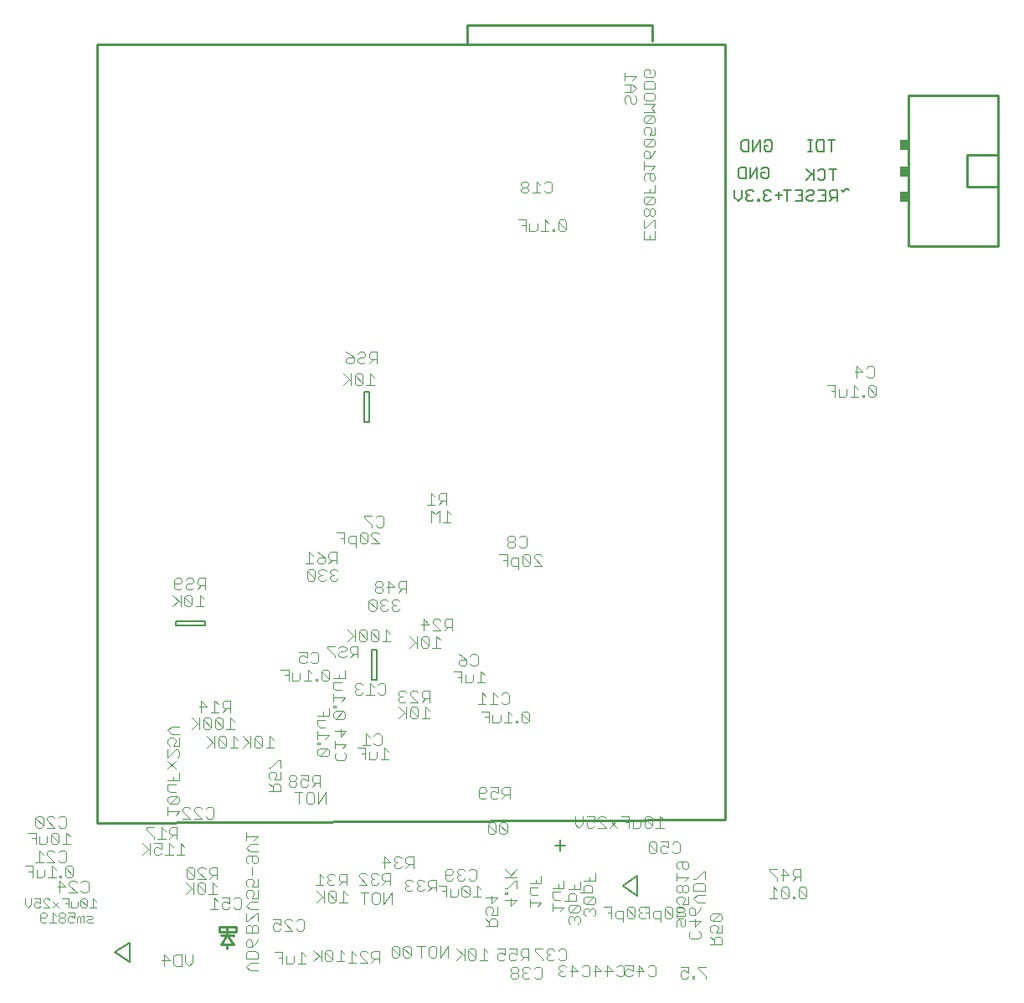
<source format=gbo>
G75*
%MOIN*%
%OFA0B0*%
%FSLAX25Y25*%
%IPPOS*%
%LPD*%
%AMOC8*
5,1,8,0,0,1.08239X$1,22.5*
%
%ADD10C,0.00600*%
%ADD11C,0.01000*%
%ADD12C,0.00400*%
%ADD13R,0.03750X0.04375*%
%ADD14C,0.00800*%
%ADD15C,0.00300*%
D10*
X0102545Y0151650D02*
X0114420Y0151650D01*
X0114420Y0153525D01*
X0102545Y0153525D01*
X0102545Y0151650D01*
X0180670Y0142025D02*
X0180670Y0130150D01*
X0182545Y0130150D01*
X0182545Y0142025D01*
X0180670Y0142025D01*
X0255630Y0066238D02*
X0255630Y0061968D01*
X0253495Y0064103D02*
X0257765Y0064103D01*
X0179545Y0232750D02*
X0177670Y0232750D01*
X0177670Y0244625D01*
X0179545Y0244625D01*
X0179545Y0232750D01*
X0325046Y0322168D02*
X0325046Y0325104D01*
X0327981Y0325104D02*
X0327981Y0322168D01*
X0326513Y0320700D01*
X0325046Y0322168D01*
X0329649Y0322168D02*
X0329649Y0321434D01*
X0330383Y0320700D01*
X0331851Y0320700D01*
X0332585Y0321434D01*
X0334153Y0321434D02*
X0334153Y0320700D01*
X0334887Y0320700D01*
X0334887Y0321434D01*
X0334153Y0321434D01*
X0336555Y0321434D02*
X0337289Y0320700D01*
X0338757Y0320700D01*
X0339491Y0321434D01*
X0338023Y0322902D02*
X0337289Y0322902D01*
X0336555Y0322168D01*
X0336555Y0321434D01*
X0337289Y0322902D02*
X0336555Y0323636D01*
X0336555Y0324370D01*
X0337289Y0325104D01*
X0338757Y0325104D01*
X0339491Y0324370D01*
X0341159Y0322902D02*
X0344095Y0322902D01*
X0342627Y0324370D02*
X0342627Y0321434D01*
X0346008Y0320700D02*
X0346008Y0325104D01*
X0347476Y0325104D02*
X0344540Y0325104D01*
X0349144Y0325104D02*
X0352079Y0325104D01*
X0352079Y0320700D01*
X0349144Y0320700D01*
X0350612Y0322902D02*
X0352079Y0322902D01*
X0353748Y0322168D02*
X0354481Y0322902D01*
X0355949Y0322902D01*
X0356683Y0323636D01*
X0356683Y0324370D01*
X0355949Y0325104D01*
X0354481Y0325104D01*
X0353748Y0324370D01*
X0353748Y0322168D02*
X0353748Y0321434D01*
X0354481Y0320700D01*
X0355949Y0320700D01*
X0356683Y0321434D01*
X0358351Y0320700D02*
X0361287Y0320700D01*
X0361287Y0325104D01*
X0358351Y0325104D01*
X0359819Y0322902D02*
X0361287Y0322902D01*
X0362955Y0322902D02*
X0363689Y0322168D01*
X0365891Y0322168D01*
X0364423Y0322168D02*
X0362955Y0320700D01*
X0362955Y0322902D02*
X0362955Y0324370D01*
X0363689Y0325104D01*
X0365891Y0325104D01*
X0365891Y0320700D01*
X0368293Y0324370D02*
X0367559Y0325104D01*
X0368293Y0324370D02*
X0369761Y0325838D01*
X0370495Y0325104D01*
X0364227Y0329100D02*
X0364227Y0333504D01*
X0365695Y0333504D02*
X0362759Y0333504D01*
X0361091Y0332770D02*
X0361091Y0329834D01*
X0360357Y0329100D01*
X0358889Y0329100D01*
X0358155Y0329834D01*
X0356487Y0330568D02*
X0353551Y0333504D01*
X0356487Y0333504D02*
X0356487Y0329100D01*
X0355753Y0331302D02*
X0353551Y0329100D01*
X0358155Y0332770D02*
X0358889Y0333504D01*
X0360357Y0333504D01*
X0361091Y0332770D01*
X0360491Y0340500D02*
X0358289Y0340500D01*
X0357555Y0341234D01*
X0357555Y0344170D01*
X0358289Y0344904D01*
X0360491Y0344904D01*
X0360491Y0340500D01*
X0363627Y0340500D02*
X0363627Y0344904D01*
X0365095Y0344904D02*
X0362159Y0344904D01*
X0355887Y0344904D02*
X0354419Y0344904D01*
X0355153Y0344904D02*
X0355153Y0340500D01*
X0355887Y0340500D02*
X0354419Y0340500D01*
X0339895Y0341234D02*
X0339161Y0340500D01*
X0337693Y0340500D01*
X0336959Y0341234D01*
X0336959Y0342702D01*
X0338427Y0342702D01*
X0336959Y0344170D02*
X0337693Y0344904D01*
X0339161Y0344904D01*
X0339895Y0344170D01*
X0339895Y0341234D01*
X0335291Y0340500D02*
X0335291Y0344904D01*
X0332355Y0340500D01*
X0332355Y0344904D01*
X0330687Y0344904D02*
X0328485Y0344904D01*
X0327751Y0344170D01*
X0327751Y0341234D01*
X0328485Y0340500D01*
X0330687Y0340500D01*
X0330687Y0344904D01*
X0331155Y0334104D02*
X0331155Y0329700D01*
X0334091Y0334104D01*
X0334091Y0329700D01*
X0335759Y0330434D02*
X0335759Y0331902D01*
X0337227Y0331902D01*
X0335759Y0333370D02*
X0336493Y0334104D01*
X0337961Y0334104D01*
X0338695Y0333370D01*
X0338695Y0330434D01*
X0337961Y0329700D01*
X0336493Y0329700D01*
X0335759Y0330434D01*
X0331851Y0325104D02*
X0330383Y0325104D01*
X0329649Y0324370D01*
X0329649Y0323636D01*
X0330383Y0322902D01*
X0329649Y0322168D01*
X0330383Y0322902D02*
X0331117Y0322902D01*
X0332585Y0324370D02*
X0331851Y0325104D01*
X0329487Y0329700D02*
X0327285Y0329700D01*
X0326551Y0330434D01*
X0326551Y0333370D01*
X0327285Y0334104D01*
X0329487Y0334104D01*
X0329487Y0329700D01*
D11*
X0321145Y0383150D02*
X0218645Y0383150D01*
X0218645Y0390650D01*
X0292395Y0390650D01*
X0292395Y0384400D01*
X0321145Y0383150D02*
X0321145Y0074400D01*
X0071145Y0073150D01*
X0071145Y0383150D01*
X0218645Y0383150D01*
X0394370Y0362800D02*
X0394370Y0302800D01*
X0394995Y0302800D02*
X0429995Y0302800D01*
X0429995Y0326550D01*
X0417495Y0326550D01*
X0417495Y0339050D01*
X0429995Y0339050D01*
X0429995Y0362800D01*
X0394370Y0362800D01*
X0429995Y0339050D02*
X0429995Y0326550D01*
X0126745Y0031675D02*
X0126745Y0029800D01*
X0119870Y0029800D01*
X0119870Y0031675D01*
X0122995Y0031675D01*
X0126745Y0031675D01*
X0125495Y0028550D02*
X0125495Y0027925D01*
X0125495Y0028550D02*
X0122995Y0028550D01*
X0122995Y0031675D01*
X0122995Y0028550D02*
X0120495Y0028550D01*
X0122995Y0028550D02*
X0120495Y0024800D01*
X0122995Y0024800D01*
X0125495Y0024800D01*
X0122995Y0028550D01*
X0122995Y0024800D02*
X0122995Y0022925D01*
D12*
X0130595Y0024325D02*
X0130595Y0025860D01*
X0131362Y0026627D01*
X0132130Y0026627D01*
X0132897Y0025860D01*
X0132897Y0023558D01*
X0131362Y0023558D01*
X0130595Y0024325D01*
X0131362Y0022023D02*
X0134432Y0022023D01*
X0135199Y0021256D01*
X0135199Y0018954D01*
X0130595Y0018954D01*
X0130595Y0021256D01*
X0131362Y0022023D01*
X0132897Y0023558D02*
X0134432Y0025092D01*
X0135199Y0026627D01*
X0135249Y0029350D02*
X0135249Y0031652D01*
X0134482Y0032419D01*
X0133714Y0032419D01*
X0132947Y0031652D01*
X0132947Y0029350D01*
X0130645Y0029350D02*
X0130645Y0031652D01*
X0131412Y0032419D01*
X0132180Y0032419D01*
X0132947Y0031652D01*
X0131412Y0033954D02*
X0130645Y0033954D01*
X0130645Y0037023D01*
X0132180Y0038558D02*
X0130645Y0040092D01*
X0132180Y0041627D01*
X0135249Y0041627D01*
X0135249Y0043162D02*
X0132947Y0043162D01*
X0133714Y0044696D01*
X0133714Y0045464D01*
X0132947Y0046231D01*
X0131412Y0046231D01*
X0130645Y0045464D01*
X0130645Y0043929D01*
X0131412Y0043162D01*
X0128607Y0042637D02*
X0128607Y0039567D01*
X0127840Y0038800D01*
X0126305Y0038800D01*
X0125538Y0039567D01*
X0124003Y0039567D02*
X0123236Y0038800D01*
X0121701Y0038800D01*
X0120934Y0039567D01*
X0120934Y0041102D01*
X0121701Y0041869D01*
X0122468Y0041869D01*
X0124003Y0041102D01*
X0124003Y0043404D01*
X0120934Y0043404D01*
X0119399Y0041869D02*
X0117864Y0043404D01*
X0117864Y0038800D01*
X0116330Y0038800D02*
X0119399Y0038800D01*
X0118807Y0044800D02*
X0115738Y0044800D01*
X0117272Y0044800D02*
X0117272Y0049404D01*
X0118807Y0047869D01*
X0119107Y0050800D02*
X0119107Y0055404D01*
X0116805Y0055404D01*
X0116038Y0054637D01*
X0116038Y0053102D01*
X0116805Y0052335D01*
X0119107Y0052335D01*
X0117572Y0052335D02*
X0116038Y0050800D01*
X0114503Y0050800D02*
X0111434Y0053869D01*
X0111434Y0054637D01*
X0112201Y0055404D01*
X0113736Y0055404D01*
X0114503Y0054637D01*
X0114503Y0050800D02*
X0111434Y0050800D01*
X0111901Y0049404D02*
X0111134Y0048637D01*
X0114203Y0045567D01*
X0113436Y0044800D01*
X0111901Y0044800D01*
X0111134Y0045567D01*
X0111134Y0048637D01*
X0111901Y0049404D02*
X0113436Y0049404D01*
X0114203Y0048637D01*
X0114203Y0045567D01*
X0109599Y0044800D02*
X0109599Y0049404D01*
X0109132Y0050800D02*
X0109899Y0051567D01*
X0106830Y0054637D01*
X0106830Y0051567D01*
X0107597Y0050800D01*
X0109132Y0050800D01*
X0109899Y0051567D02*
X0109899Y0054637D01*
X0109132Y0055404D01*
X0107597Y0055404D01*
X0106830Y0054637D01*
X0106530Y0049404D02*
X0109599Y0046335D01*
X0108832Y0047102D02*
X0106530Y0044800D01*
X0106095Y0060400D02*
X0103026Y0060400D01*
X0104561Y0060400D02*
X0104561Y0065004D01*
X0106095Y0063469D01*
X0103095Y0066700D02*
X0103095Y0071304D01*
X0100793Y0071304D01*
X0100026Y0070537D01*
X0100026Y0069002D01*
X0100793Y0068235D01*
X0103095Y0068235D01*
X0101561Y0068235D02*
X0100026Y0066700D01*
X0098491Y0066700D02*
X0095422Y0066700D01*
X0096957Y0066700D02*
X0096957Y0071304D01*
X0098491Y0069769D01*
X0093887Y0071304D02*
X0090818Y0071304D01*
X0090818Y0070537D01*
X0093887Y0067467D01*
X0093887Y0066700D01*
X0093818Y0065004D02*
X0096887Y0065004D01*
X0096887Y0062702D01*
X0095353Y0063469D01*
X0094585Y0063469D01*
X0093818Y0062702D01*
X0093818Y0061167D01*
X0094585Y0060400D01*
X0096120Y0060400D01*
X0096887Y0061167D01*
X0098422Y0060400D02*
X0101491Y0060400D01*
X0099957Y0060400D02*
X0099957Y0065004D01*
X0101491Y0063469D01*
X0092283Y0061935D02*
X0089214Y0065004D01*
X0092283Y0065004D02*
X0092283Y0060400D01*
X0091516Y0062702D02*
X0089214Y0060400D01*
X0099395Y0076200D02*
X0099395Y0079269D01*
X0099395Y0077735D02*
X0103999Y0077735D01*
X0102464Y0076200D01*
X0105318Y0074800D02*
X0108387Y0074800D01*
X0105318Y0077869D01*
X0105318Y0078637D01*
X0106085Y0079404D01*
X0107620Y0079404D01*
X0108387Y0078637D01*
X0109922Y0078637D02*
X0110689Y0079404D01*
X0112224Y0079404D01*
X0112991Y0078637D01*
X0114526Y0078637D02*
X0115293Y0079404D01*
X0116828Y0079404D01*
X0117595Y0078637D01*
X0117595Y0075567D01*
X0116828Y0074800D01*
X0115293Y0074800D01*
X0114526Y0075567D01*
X0112991Y0074800D02*
X0109922Y0077869D01*
X0109922Y0078637D01*
X0109922Y0074800D02*
X0112991Y0074800D01*
X0103999Y0081571D02*
X0103999Y0083106D01*
X0103232Y0083873D01*
X0100162Y0080804D01*
X0099395Y0081571D01*
X0099395Y0083106D01*
X0100162Y0083873D01*
X0103232Y0083873D01*
X0102464Y0085408D02*
X0100162Y0085408D01*
X0099395Y0086175D01*
X0099395Y0088477D01*
X0102464Y0088477D01*
X0101697Y0090012D02*
X0101697Y0091546D01*
X0099395Y0090012D02*
X0103999Y0090012D01*
X0103999Y0093081D01*
X0102464Y0094616D02*
X0099395Y0097685D01*
X0099395Y0099220D02*
X0102464Y0102289D01*
X0103232Y0102289D01*
X0103999Y0101522D01*
X0103999Y0099987D01*
X0103232Y0099220D01*
X0102464Y0097685D02*
X0099395Y0094616D01*
X0099395Y0099220D02*
X0099395Y0102289D01*
X0100162Y0103824D02*
X0099395Y0104591D01*
X0099395Y0106126D01*
X0100162Y0106893D01*
X0101697Y0106893D01*
X0102464Y0106126D01*
X0102464Y0105358D01*
X0101697Y0103824D01*
X0103999Y0103824D01*
X0103999Y0106893D01*
X0103999Y0108427D02*
X0100930Y0108427D01*
X0099395Y0109962D01*
X0100930Y0111497D01*
X0103999Y0111497D01*
X0108930Y0110400D02*
X0111232Y0112702D01*
X0111999Y0111935D02*
X0108930Y0115004D01*
X0111999Y0115004D02*
X0111999Y0110400D01*
X0113534Y0111167D02*
X0113534Y0114237D01*
X0116603Y0111167D01*
X0115836Y0110400D01*
X0114301Y0110400D01*
X0113534Y0111167D01*
X0116603Y0111167D02*
X0116603Y0114237D01*
X0115836Y0115004D01*
X0114301Y0115004D01*
X0113534Y0114237D01*
X0112697Y0117200D02*
X0112697Y0121804D01*
X0114999Y0119502D01*
X0111930Y0119502D01*
X0116534Y0117200D02*
X0119603Y0117200D01*
X0118068Y0117200D02*
X0118068Y0121804D01*
X0119603Y0120269D01*
X0121138Y0119502D02*
X0121905Y0118735D01*
X0124207Y0118735D01*
X0122672Y0118735D02*
X0121138Y0117200D01*
X0121138Y0119502D02*
X0121138Y0121037D01*
X0121905Y0121804D01*
X0124207Y0121804D01*
X0124207Y0117200D01*
X0124276Y0115004D02*
X0124276Y0110400D01*
X0122742Y0110400D02*
X0125811Y0110400D01*
X0125661Y0107604D02*
X0125661Y0103000D01*
X0127195Y0103000D02*
X0124126Y0103000D01*
X0122591Y0103767D02*
X0121824Y0103000D01*
X0120289Y0103000D01*
X0119522Y0103767D01*
X0119522Y0106837D01*
X0122591Y0103767D01*
X0122591Y0106837D01*
X0121824Y0107604D01*
X0120289Y0107604D01*
X0119522Y0106837D01*
X0117987Y0107604D02*
X0117987Y0103000D01*
X0117987Y0104535D02*
X0114918Y0107604D01*
X0117220Y0105302D02*
X0114918Y0103000D01*
X0118905Y0110400D02*
X0120440Y0110400D01*
X0121207Y0111167D01*
X0118138Y0114237D01*
X0118138Y0111167D01*
X0118905Y0110400D01*
X0121207Y0111167D02*
X0121207Y0114237D01*
X0120440Y0115004D01*
X0118905Y0115004D01*
X0118138Y0114237D01*
X0124276Y0115004D02*
X0125811Y0113469D01*
X0125661Y0107604D02*
X0127195Y0106069D01*
X0129318Y0107604D02*
X0132387Y0104535D01*
X0131620Y0105302D02*
X0129318Y0103000D01*
X0132387Y0103000D02*
X0132387Y0107604D01*
X0133922Y0106837D02*
X0136991Y0103767D01*
X0136224Y0103000D01*
X0134689Y0103000D01*
X0133922Y0103767D01*
X0133922Y0106837D01*
X0134689Y0107604D01*
X0136224Y0107604D01*
X0136991Y0106837D01*
X0136991Y0103767D01*
X0138526Y0103000D02*
X0141595Y0103000D01*
X0140061Y0103000D02*
X0140061Y0107604D01*
X0141595Y0106069D01*
X0143432Y0098077D02*
X0140362Y0095008D01*
X0139595Y0095008D01*
X0140362Y0093473D02*
X0139595Y0092706D01*
X0139595Y0091171D01*
X0140362Y0090404D01*
X0141897Y0090404D02*
X0142664Y0091939D01*
X0142664Y0092706D01*
X0141897Y0093473D01*
X0140362Y0093473D01*
X0141897Y0090404D02*
X0144199Y0090404D01*
X0144199Y0093473D01*
X0144199Y0095008D02*
X0144199Y0098077D01*
X0143432Y0098077D01*
X0148397Y0092104D02*
X0147630Y0091337D01*
X0147630Y0090569D01*
X0148397Y0089802D01*
X0149932Y0089802D01*
X0150699Y0090569D01*
X0150699Y0091337D01*
X0149932Y0092104D01*
X0148397Y0092104D01*
X0148397Y0089802D02*
X0147630Y0089035D01*
X0147630Y0088267D01*
X0148397Y0087500D01*
X0149932Y0087500D01*
X0150699Y0088267D01*
X0150699Y0089035D01*
X0149932Y0089802D01*
X0152234Y0089802D02*
X0153001Y0090569D01*
X0153768Y0090569D01*
X0155303Y0089802D01*
X0155303Y0092104D01*
X0152234Y0092104D01*
X0152234Y0089802D02*
X0152234Y0088267D01*
X0153001Y0087500D01*
X0154536Y0087500D01*
X0155303Y0088267D01*
X0156838Y0087500D02*
X0158372Y0089035D01*
X0157605Y0089035D02*
X0159907Y0089035D01*
X0159907Y0087500D02*
X0159907Y0092104D01*
X0157605Y0092104D01*
X0156838Y0091337D01*
X0156838Y0089802D01*
X0157605Y0089035D01*
X0156936Y0085304D02*
X0155401Y0085304D01*
X0154634Y0084537D01*
X0154634Y0081467D01*
X0155401Y0080700D01*
X0156936Y0080700D01*
X0157703Y0081467D01*
X0157703Y0084537D01*
X0156936Y0085304D01*
X0159238Y0085304D02*
X0159238Y0080700D01*
X0162307Y0085304D01*
X0162307Y0080700D01*
X0153099Y0085304D02*
X0150030Y0085304D01*
X0151564Y0085304D02*
X0151564Y0080700D01*
X0144199Y0085800D02*
X0144199Y0088102D01*
X0143432Y0088869D01*
X0141897Y0088869D01*
X0141130Y0088102D01*
X0141130Y0085800D01*
X0141130Y0087335D02*
X0139595Y0088869D01*
X0139595Y0085800D02*
X0144199Y0085800D01*
X0130645Y0069251D02*
X0130645Y0066181D01*
X0130645Y0067716D02*
X0135249Y0067716D01*
X0133714Y0066181D01*
X0132180Y0064647D02*
X0135249Y0064647D01*
X0132180Y0064647D02*
X0130645Y0063112D01*
X0132180Y0061577D01*
X0135249Y0061577D01*
X0134482Y0060043D02*
X0135249Y0059276D01*
X0135249Y0057741D01*
X0134482Y0056974D01*
X0133714Y0056974D01*
X0132947Y0057741D01*
X0132947Y0060043D01*
X0131412Y0060043D02*
X0134482Y0060043D01*
X0131412Y0060043D02*
X0130645Y0059276D01*
X0130645Y0057741D01*
X0131412Y0056974D01*
X0132947Y0055439D02*
X0132947Y0052370D01*
X0132947Y0050835D02*
X0131412Y0050835D01*
X0130645Y0050068D01*
X0130645Y0048533D01*
X0131412Y0047766D01*
X0132947Y0047766D02*
X0133714Y0049300D01*
X0133714Y0050068D01*
X0132947Y0050835D01*
X0135249Y0050835D02*
X0135249Y0047766D01*
X0132947Y0047766D01*
X0135249Y0046231D02*
X0135249Y0043162D01*
X0135249Y0038558D02*
X0132180Y0038558D01*
X0134482Y0037023D02*
X0131412Y0033954D01*
X0135249Y0033954D02*
X0135249Y0037023D01*
X0134482Y0037023D01*
X0128607Y0042637D02*
X0127840Y0043404D01*
X0126305Y0043404D01*
X0125538Y0042637D01*
X0130645Y0029350D02*
X0135249Y0029350D01*
X0141330Y0030967D02*
X0142097Y0030200D01*
X0143632Y0030200D01*
X0144399Y0030967D01*
X0144399Y0032502D02*
X0142864Y0033269D01*
X0142097Y0033269D01*
X0141330Y0032502D01*
X0141330Y0030967D01*
X0144399Y0032502D02*
X0144399Y0034804D01*
X0141330Y0034804D01*
X0145934Y0034037D02*
X0146701Y0034804D01*
X0148236Y0034804D01*
X0149003Y0034037D01*
X0150538Y0034037D02*
X0151305Y0034804D01*
X0152840Y0034804D01*
X0153607Y0034037D01*
X0153607Y0030967D01*
X0152840Y0030200D01*
X0151305Y0030200D01*
X0150538Y0030967D01*
X0149003Y0030200D02*
X0145934Y0033269D01*
X0145934Y0034037D01*
X0145934Y0030200D02*
X0149003Y0030200D01*
X0152672Y0021704D02*
X0152672Y0017100D01*
X0151138Y0017100D02*
X0154207Y0017100D01*
X0154207Y0020169D02*
X0152672Y0021704D01*
X0149603Y0020169D02*
X0149603Y0017867D01*
X0148836Y0017100D01*
X0146534Y0017100D01*
X0146534Y0020169D01*
X0144999Y0019402D02*
X0143464Y0019402D01*
X0144999Y0021704D02*
X0141930Y0021704D01*
X0144999Y0021704D02*
X0144999Y0017100D01*
X0135199Y0017419D02*
X0132130Y0017419D01*
X0130595Y0015885D01*
X0132130Y0014350D01*
X0135199Y0014350D01*
X0157418Y0017900D02*
X0159720Y0020202D01*
X0160487Y0019435D02*
X0157418Y0022504D01*
X0160487Y0022504D02*
X0160487Y0017900D01*
X0162022Y0018667D02*
X0162022Y0021737D01*
X0165091Y0018667D01*
X0164324Y0017900D01*
X0162789Y0017900D01*
X0162022Y0018667D01*
X0165091Y0018667D02*
X0165091Y0021737D01*
X0164324Y0022504D01*
X0162789Y0022504D01*
X0162022Y0021737D01*
X0166626Y0017900D02*
X0169695Y0017900D01*
X0168161Y0017900D02*
X0168161Y0022504D01*
X0169695Y0020969D01*
X0172753Y0022004D02*
X0172753Y0017400D01*
X0174287Y0017400D02*
X0171218Y0017400D01*
X0174287Y0020469D02*
X0172753Y0022004D01*
X0175822Y0021237D02*
X0176589Y0022004D01*
X0178124Y0022004D01*
X0178891Y0021237D01*
X0180426Y0021237D02*
X0180426Y0019702D01*
X0181193Y0018935D01*
X0183495Y0018935D01*
X0181961Y0018935D02*
X0180426Y0017400D01*
X0178891Y0017400D02*
X0175822Y0020469D01*
X0175822Y0021237D01*
X0175822Y0017400D02*
X0178891Y0017400D01*
X0180426Y0021237D02*
X0181193Y0022004D01*
X0183495Y0022004D01*
X0183495Y0017400D01*
X0188480Y0020267D02*
X0188480Y0023337D01*
X0191549Y0020267D01*
X0190782Y0019500D01*
X0189247Y0019500D01*
X0188480Y0020267D01*
X0191549Y0020267D02*
X0191549Y0023337D01*
X0190782Y0024104D01*
X0189247Y0024104D01*
X0188480Y0023337D01*
X0193084Y0023337D02*
X0193084Y0020267D01*
X0193851Y0019500D01*
X0195386Y0019500D01*
X0196153Y0020267D01*
X0193084Y0023337D01*
X0193851Y0024104D01*
X0195386Y0024104D01*
X0196153Y0023337D01*
X0196153Y0020267D01*
X0200314Y0019500D02*
X0200314Y0024104D01*
X0198780Y0024104D02*
X0201849Y0024104D01*
X0203384Y0023337D02*
X0204151Y0024104D01*
X0205686Y0024104D01*
X0206453Y0023337D01*
X0206453Y0020267D01*
X0205686Y0019500D01*
X0204151Y0019500D01*
X0203384Y0020267D01*
X0203384Y0023337D01*
X0207988Y0024104D02*
X0207988Y0019500D01*
X0211057Y0024104D01*
X0211057Y0019500D01*
X0214418Y0018500D02*
X0216720Y0020802D01*
X0217487Y0020035D02*
X0214418Y0023104D01*
X0217487Y0023104D02*
X0217487Y0018500D01*
X0219022Y0019267D02*
X0219789Y0018500D01*
X0221324Y0018500D01*
X0222091Y0019267D01*
X0219022Y0022337D01*
X0219022Y0019267D01*
X0222091Y0019267D02*
X0222091Y0022337D01*
X0221324Y0023104D01*
X0219789Y0023104D01*
X0219022Y0022337D01*
X0223626Y0018500D02*
X0226695Y0018500D01*
X0225161Y0018500D02*
X0225161Y0023104D01*
X0226695Y0021569D01*
X0230618Y0020602D02*
X0230618Y0019067D01*
X0231385Y0018300D01*
X0232920Y0018300D01*
X0233687Y0019067D01*
X0235222Y0019067D02*
X0235989Y0018300D01*
X0237524Y0018300D01*
X0238291Y0019067D01*
X0238291Y0020602D02*
X0236757Y0021369D01*
X0235989Y0021369D01*
X0235222Y0020602D01*
X0235222Y0019067D01*
X0233687Y0020602D02*
X0233687Y0022904D01*
X0230618Y0022904D01*
X0231385Y0021369D02*
X0230618Y0020602D01*
X0231385Y0021369D02*
X0232153Y0021369D01*
X0233687Y0020602D01*
X0235222Y0022904D02*
X0238291Y0022904D01*
X0238291Y0020602D01*
X0239826Y0020602D02*
X0239826Y0022137D01*
X0240593Y0022904D01*
X0242895Y0022904D01*
X0242895Y0018300D01*
X0242895Y0019835D02*
X0240593Y0019835D01*
X0239826Y0020602D01*
X0241361Y0019835D02*
X0239826Y0018300D01*
X0238320Y0015704D02*
X0236785Y0015704D01*
X0236018Y0014937D01*
X0236018Y0014169D01*
X0236785Y0013402D01*
X0238320Y0013402D01*
X0239087Y0014169D01*
X0239087Y0014937D01*
X0238320Y0015704D01*
X0238320Y0013402D02*
X0239087Y0012635D01*
X0239087Y0011867D01*
X0238320Y0011100D01*
X0236785Y0011100D01*
X0236018Y0011867D01*
X0236018Y0012635D01*
X0236785Y0013402D01*
X0240622Y0014169D02*
X0241389Y0013402D01*
X0240622Y0012635D01*
X0240622Y0011867D01*
X0241389Y0011100D01*
X0242924Y0011100D01*
X0243691Y0011867D01*
X0245226Y0011867D02*
X0245993Y0011100D01*
X0247528Y0011100D01*
X0248295Y0011867D01*
X0248295Y0014937D01*
X0247528Y0015704D01*
X0245993Y0015704D01*
X0245226Y0014937D01*
X0243691Y0014937D02*
X0242924Y0015704D01*
X0241389Y0015704D01*
X0240622Y0014937D01*
X0240622Y0014169D01*
X0241389Y0013402D02*
X0242157Y0013402D01*
X0248687Y0018300D02*
X0248687Y0019067D01*
X0245618Y0022137D01*
X0245618Y0022904D01*
X0248687Y0022904D01*
X0250222Y0022137D02*
X0250222Y0021369D01*
X0250989Y0020602D01*
X0250222Y0019835D01*
X0250222Y0019067D01*
X0250989Y0018300D01*
X0252524Y0018300D01*
X0253291Y0019067D01*
X0254826Y0019067D02*
X0255593Y0018300D01*
X0257128Y0018300D01*
X0257895Y0019067D01*
X0257895Y0022137D01*
X0257128Y0022904D01*
X0255593Y0022904D01*
X0254826Y0022137D01*
X0253291Y0022137D02*
X0252524Y0022904D01*
X0250989Y0022904D01*
X0250222Y0022137D01*
X0250989Y0020602D02*
X0251757Y0020602D01*
X0255797Y0016504D02*
X0255030Y0015737D01*
X0255030Y0014969D01*
X0255797Y0014202D01*
X0255030Y0013435D01*
X0255030Y0012667D01*
X0255797Y0011900D01*
X0257332Y0011900D01*
X0258099Y0012667D01*
X0256564Y0014202D02*
X0255797Y0014202D01*
X0255797Y0016504D02*
X0257332Y0016504D01*
X0258099Y0015737D01*
X0259634Y0014202D02*
X0262703Y0014202D01*
X0260401Y0016504D01*
X0260401Y0011900D01*
X0264238Y0012667D02*
X0265005Y0011900D01*
X0266540Y0011900D01*
X0267307Y0012667D01*
X0267307Y0015737D01*
X0266540Y0016504D01*
X0265005Y0016504D01*
X0264238Y0015737D01*
X0268830Y0014202D02*
X0271899Y0014202D01*
X0269597Y0016504D01*
X0269597Y0011900D01*
X0273434Y0014202D02*
X0276503Y0014202D01*
X0274201Y0016504D01*
X0274201Y0011900D01*
X0278038Y0012667D02*
X0278805Y0011900D01*
X0280340Y0011900D01*
X0281107Y0012667D01*
X0281107Y0015737D01*
X0280340Y0016504D01*
X0278805Y0016504D01*
X0278038Y0015737D01*
X0281430Y0016504D02*
X0284499Y0016504D01*
X0284499Y0014202D01*
X0282964Y0014969D01*
X0282197Y0014969D01*
X0281430Y0014202D01*
X0281430Y0012667D01*
X0282197Y0011900D01*
X0283732Y0011900D01*
X0284499Y0012667D01*
X0286034Y0014202D02*
X0289103Y0014202D01*
X0286801Y0016504D01*
X0286801Y0011900D01*
X0290638Y0012667D02*
X0291405Y0011900D01*
X0292940Y0011900D01*
X0293707Y0012667D01*
X0293707Y0015737D01*
X0292940Y0016504D01*
X0291405Y0016504D01*
X0290638Y0015737D01*
X0303630Y0015804D02*
X0306699Y0015804D01*
X0306699Y0013502D01*
X0305164Y0014269D01*
X0304397Y0014269D01*
X0303630Y0013502D01*
X0303630Y0011967D01*
X0304397Y0011200D01*
X0305932Y0011200D01*
X0306699Y0011967D01*
X0308234Y0011967D02*
X0308234Y0011200D01*
X0309001Y0011200D01*
X0309001Y0011967D01*
X0308234Y0011967D01*
X0310536Y0015037D02*
X0313605Y0011967D01*
X0313605Y0011200D01*
X0313605Y0015804D02*
X0310536Y0015804D01*
X0310536Y0015037D01*
X0315395Y0024700D02*
X0319999Y0024700D01*
X0319999Y0027002D01*
X0319232Y0027769D01*
X0317697Y0027769D01*
X0316930Y0027002D01*
X0316930Y0024700D01*
X0316930Y0026235D02*
X0315395Y0027769D01*
X0316162Y0029304D02*
X0315395Y0030071D01*
X0315395Y0031606D01*
X0316162Y0032373D01*
X0317697Y0032373D01*
X0318464Y0031606D01*
X0318464Y0030839D01*
X0317697Y0029304D01*
X0319999Y0029304D01*
X0319999Y0032373D01*
X0319232Y0033908D02*
X0319999Y0034675D01*
X0319999Y0036210D01*
X0319232Y0036977D01*
X0316162Y0033908D01*
X0315395Y0034675D01*
X0315395Y0036210D01*
X0316162Y0036977D01*
X0319232Y0036977D01*
X0319232Y0033908D02*
X0316162Y0033908D01*
X0311499Y0034006D02*
X0309197Y0031704D01*
X0309197Y0034773D01*
X0309197Y0036308D02*
X0309197Y0038610D01*
X0308430Y0039377D01*
X0307662Y0039377D01*
X0306895Y0038610D01*
X0306895Y0037075D01*
X0307662Y0036308D01*
X0309197Y0036308D01*
X0310732Y0037842D01*
X0311499Y0039377D01*
X0310230Y0041388D02*
X0308695Y0042923D01*
X0310230Y0044457D01*
X0313299Y0044457D01*
X0313299Y0045992D02*
X0313299Y0048294D01*
X0312532Y0049061D01*
X0309462Y0049061D01*
X0308695Y0048294D01*
X0308695Y0045992D01*
X0313299Y0045992D01*
X0313299Y0041388D02*
X0310230Y0041388D01*
X0306699Y0040808D02*
X0306699Y0043877D01*
X0305164Y0043110D02*
X0304397Y0043877D01*
X0302862Y0043877D01*
X0302095Y0043110D01*
X0302095Y0041575D01*
X0302862Y0040808D01*
X0302609Y0039704D02*
X0301842Y0038937D01*
X0301842Y0038169D01*
X0302609Y0037402D01*
X0301842Y0036635D01*
X0301842Y0035867D01*
X0302609Y0035100D01*
X0304144Y0035100D01*
X0304911Y0035867D01*
X0305164Y0036204D02*
X0305164Y0036971D01*
X0304397Y0037739D01*
X0305164Y0038506D01*
X0304397Y0039273D01*
X0302095Y0039273D01*
X0302609Y0039704D02*
X0304144Y0039704D01*
X0304911Y0038937D01*
X0304397Y0037739D02*
X0302095Y0037739D01*
X0302609Y0037402D02*
X0303376Y0037402D01*
X0302095Y0036204D02*
X0305164Y0036204D01*
X0305164Y0034669D02*
X0305164Y0032367D01*
X0304397Y0031600D01*
X0303630Y0032367D01*
X0303630Y0033902D01*
X0302862Y0034669D01*
X0302095Y0033902D01*
X0302095Y0031600D01*
X0299540Y0035100D02*
X0300307Y0035867D01*
X0297238Y0038937D01*
X0297238Y0035867D01*
X0298005Y0035100D01*
X0299540Y0035100D01*
X0300307Y0035867D02*
X0300307Y0038937D01*
X0299540Y0039704D01*
X0298005Y0039704D01*
X0297238Y0038937D01*
X0295703Y0038169D02*
X0293401Y0038169D01*
X0292634Y0037402D01*
X0292634Y0035867D01*
X0293401Y0035100D01*
X0295703Y0035100D01*
X0295703Y0033565D02*
X0295703Y0038169D01*
X0291099Y0037402D02*
X0289564Y0037402D01*
X0288376Y0037402D02*
X0287609Y0037402D01*
X0286842Y0036635D01*
X0286842Y0035867D01*
X0287609Y0035100D01*
X0289144Y0035100D01*
X0289911Y0035867D01*
X0291099Y0035100D02*
X0291099Y0039704D01*
X0288030Y0039704D01*
X0287609Y0039704D02*
X0286842Y0038937D01*
X0286842Y0038169D01*
X0287609Y0037402D01*
X0287609Y0039704D02*
X0289144Y0039704D01*
X0289911Y0038937D01*
X0285307Y0038937D02*
X0285307Y0035867D01*
X0282238Y0038937D01*
X0282238Y0035867D01*
X0283005Y0035100D01*
X0284540Y0035100D01*
X0285307Y0035867D01*
X0285307Y0038937D02*
X0284540Y0039704D01*
X0283005Y0039704D01*
X0282238Y0038937D01*
X0280703Y0038169D02*
X0278401Y0038169D01*
X0277634Y0037402D01*
X0277634Y0035867D01*
X0278401Y0035100D01*
X0280703Y0035100D01*
X0280703Y0033565D02*
X0280703Y0038169D01*
X0276099Y0037402D02*
X0274564Y0037402D01*
X0276099Y0039704D02*
X0273030Y0039704D01*
X0276099Y0039704D02*
X0276099Y0035100D01*
X0269699Y0036867D02*
X0269699Y0038402D01*
X0268932Y0039169D01*
X0268164Y0039169D01*
X0267397Y0038402D01*
X0266630Y0039169D01*
X0265862Y0039169D01*
X0265095Y0038402D01*
X0265095Y0036867D01*
X0265862Y0036100D01*
X0267397Y0037635D02*
X0267397Y0038402D01*
X0265862Y0040704D02*
X0268932Y0043773D01*
X0265862Y0043773D01*
X0265095Y0043006D01*
X0265095Y0041471D01*
X0265862Y0040704D01*
X0268932Y0040704D01*
X0269699Y0041471D01*
X0269699Y0043006D01*
X0268932Y0043773D01*
X0268164Y0045308D02*
X0268164Y0047610D01*
X0267397Y0048377D01*
X0265862Y0048377D01*
X0265095Y0047610D01*
X0265095Y0045308D01*
X0263561Y0045308D02*
X0268164Y0045308D01*
X0267397Y0049912D02*
X0267397Y0051446D01*
X0265095Y0049912D02*
X0269699Y0049912D01*
X0269699Y0052981D01*
X0263499Y0049765D02*
X0263499Y0046696D01*
X0258895Y0046696D01*
X0259662Y0045161D02*
X0258895Y0044394D01*
X0258895Y0042092D01*
X0257361Y0042092D02*
X0261964Y0042092D01*
X0261964Y0044394D01*
X0261197Y0045161D01*
X0259662Y0045161D01*
X0261197Y0046696D02*
X0261197Y0048231D01*
X0257099Y0047108D02*
X0257099Y0050177D01*
X0254797Y0048642D02*
X0254797Y0047108D01*
X0255564Y0045573D02*
X0252495Y0045573D01*
X0252495Y0043271D01*
X0253262Y0042504D01*
X0255564Y0042504D01*
X0252495Y0040969D02*
X0252495Y0037900D01*
X0252495Y0039435D02*
X0257099Y0039435D01*
X0255564Y0037900D01*
X0258895Y0038255D02*
X0258895Y0039790D01*
X0259662Y0040557D01*
X0262732Y0040557D01*
X0259662Y0037488D01*
X0258895Y0038255D01*
X0259662Y0037488D02*
X0262732Y0037488D01*
X0263499Y0038255D01*
X0263499Y0039790D01*
X0262732Y0040557D01*
X0262732Y0035954D02*
X0261964Y0035954D01*
X0261197Y0035186D01*
X0260430Y0035954D01*
X0259662Y0035954D01*
X0258895Y0035186D01*
X0258895Y0033652D01*
X0259662Y0032884D01*
X0261197Y0034419D02*
X0261197Y0035186D01*
X0262732Y0035954D02*
X0263499Y0035186D01*
X0263499Y0033652D01*
X0262732Y0032884D01*
X0268932Y0036100D02*
X0269699Y0036867D01*
X0257099Y0047108D02*
X0252495Y0047108D01*
X0248099Y0048908D02*
X0248099Y0051977D01*
X0245797Y0050442D02*
X0245797Y0048908D01*
X0246564Y0047373D02*
X0243495Y0047373D01*
X0243495Y0045071D01*
X0244262Y0044304D01*
X0246564Y0044304D01*
X0243495Y0042769D02*
X0243495Y0039700D01*
X0243495Y0041235D02*
X0248099Y0041235D01*
X0246564Y0039700D01*
X0238299Y0042288D02*
X0235997Y0039986D01*
X0235997Y0043056D01*
X0234462Y0044590D02*
X0234462Y0045357D01*
X0233695Y0045357D01*
X0233695Y0044590D01*
X0234462Y0044590D01*
X0234462Y0046892D02*
X0233695Y0046892D01*
X0234462Y0046892D02*
X0237532Y0049961D01*
X0238299Y0049961D01*
X0238299Y0046892D01*
X0238299Y0042288D02*
X0233695Y0042288D01*
X0230499Y0043410D02*
X0225895Y0043410D01*
X0224111Y0043600D02*
X0221042Y0043600D01*
X0222576Y0043600D02*
X0222576Y0048204D01*
X0224111Y0046669D01*
X0221440Y0050200D02*
X0219905Y0050200D01*
X0219138Y0050967D01*
X0217603Y0050967D02*
X0216836Y0050200D01*
X0215301Y0050200D01*
X0214534Y0050967D01*
X0214534Y0051735D01*
X0215301Y0052502D01*
X0216068Y0052502D01*
X0215301Y0052502D02*
X0214534Y0053269D01*
X0214534Y0054037D01*
X0215301Y0054804D01*
X0216836Y0054804D01*
X0217603Y0054037D01*
X0219138Y0054037D02*
X0219905Y0054804D01*
X0221440Y0054804D01*
X0222207Y0054037D01*
X0222207Y0050967D01*
X0221440Y0050200D01*
X0218740Y0048204D02*
X0217205Y0048204D01*
X0216438Y0047437D01*
X0219507Y0044367D01*
X0218740Y0043600D01*
X0217205Y0043600D01*
X0216438Y0044367D01*
X0216438Y0047437D01*
X0214903Y0046669D02*
X0214903Y0044367D01*
X0214136Y0043600D01*
X0211834Y0043600D01*
X0211834Y0046669D01*
X0210299Y0045902D02*
X0208764Y0045902D01*
X0206145Y0045900D02*
X0206145Y0050504D01*
X0203843Y0050504D01*
X0203076Y0049737D01*
X0203076Y0048202D01*
X0203843Y0047435D01*
X0206145Y0047435D01*
X0207230Y0048204D02*
X0210299Y0048204D01*
X0210299Y0043600D01*
X0210697Y0050200D02*
X0209930Y0050967D01*
X0209930Y0054037D01*
X0210697Y0054804D01*
X0212232Y0054804D01*
X0212999Y0054037D01*
X0212999Y0053269D01*
X0212232Y0052502D01*
X0209930Y0052502D01*
X0210697Y0050200D02*
X0212232Y0050200D01*
X0212999Y0050967D01*
X0218740Y0048204D02*
X0219507Y0047437D01*
X0219507Y0044367D01*
X0225895Y0038806D02*
X0225895Y0037271D01*
X0226662Y0036504D01*
X0228197Y0036504D02*
X0228964Y0038039D01*
X0228964Y0038806D01*
X0228197Y0039573D01*
X0226662Y0039573D01*
X0225895Y0038806D01*
X0228197Y0041108D02*
X0228197Y0044177D01*
X0230499Y0043410D02*
X0228197Y0041108D01*
X0230499Y0039573D02*
X0230499Y0036504D01*
X0228197Y0036504D01*
X0228197Y0034969D02*
X0227430Y0034202D01*
X0227430Y0031900D01*
X0227430Y0033435D02*
X0225895Y0034969D01*
X0228197Y0034969D02*
X0229732Y0034969D01*
X0230499Y0034202D01*
X0230499Y0031900D01*
X0225895Y0031900D01*
X0233695Y0051496D02*
X0238299Y0051496D01*
X0235997Y0052263D02*
X0233695Y0054565D01*
X0235230Y0051496D02*
X0238299Y0054565D01*
X0243495Y0048908D02*
X0248099Y0048908D01*
X0233736Y0068700D02*
X0234503Y0069467D01*
X0231434Y0072537D01*
X0231434Y0069467D01*
X0232201Y0068700D01*
X0233736Y0068700D01*
X0234503Y0069467D02*
X0234503Y0072537D01*
X0233736Y0073304D01*
X0232201Y0073304D01*
X0231434Y0072537D01*
X0229899Y0072537D02*
X0229132Y0073304D01*
X0227597Y0073304D01*
X0226830Y0072537D01*
X0229899Y0069467D01*
X0229132Y0068700D01*
X0227597Y0068700D01*
X0226830Y0069467D01*
X0226830Y0072537D01*
X0229899Y0072537D02*
X0229899Y0069467D01*
X0230136Y0082700D02*
X0230903Y0083467D01*
X0230136Y0082700D02*
X0228601Y0082700D01*
X0227834Y0083467D01*
X0227834Y0085002D01*
X0228601Y0085769D01*
X0229368Y0085769D01*
X0230903Y0085002D01*
X0230903Y0087304D01*
X0227834Y0087304D01*
X0226299Y0086537D02*
X0226299Y0085769D01*
X0225532Y0085002D01*
X0223230Y0085002D01*
X0223230Y0083467D02*
X0223230Y0086537D01*
X0223997Y0087304D01*
X0225532Y0087304D01*
X0226299Y0086537D01*
X0226299Y0083467D02*
X0225532Y0082700D01*
X0223997Y0082700D01*
X0223230Y0083467D01*
X0232438Y0082700D02*
X0233972Y0084235D01*
X0233205Y0084235D02*
X0235507Y0084235D01*
X0235507Y0082700D02*
X0235507Y0087304D01*
X0233205Y0087304D01*
X0232438Y0086537D01*
X0232438Y0085002D01*
X0233205Y0084235D01*
X0233338Y0112950D02*
X0236407Y0112950D01*
X0237942Y0112950D02*
X0238709Y0112950D01*
X0238709Y0113717D01*
X0237942Y0113717D01*
X0237942Y0112950D01*
X0240244Y0113717D02*
X0240244Y0116787D01*
X0243313Y0113717D01*
X0242546Y0112950D01*
X0241011Y0112950D01*
X0240244Y0113717D01*
X0243313Y0113717D02*
X0243313Y0116787D01*
X0242546Y0117554D01*
X0241011Y0117554D01*
X0240244Y0116787D01*
X0236407Y0116019D02*
X0234872Y0117554D01*
X0234872Y0112950D01*
X0231803Y0113717D02*
X0231803Y0116019D01*
X0231803Y0113717D02*
X0231036Y0112950D01*
X0228734Y0112950D01*
X0228734Y0116019D01*
X0227199Y0115252D02*
X0225664Y0115252D01*
X0227199Y0117554D02*
X0224130Y0117554D01*
X0224464Y0120350D02*
X0224464Y0124954D01*
X0225999Y0123419D01*
X0225999Y0120350D02*
X0222930Y0120350D01*
X0227534Y0120350D02*
X0230603Y0120350D01*
X0229068Y0120350D02*
X0229068Y0124954D01*
X0230603Y0123419D01*
X0232138Y0124187D02*
X0232905Y0124954D01*
X0234440Y0124954D01*
X0235207Y0124187D01*
X0235207Y0121117D01*
X0234440Y0120350D01*
X0232905Y0120350D01*
X0232138Y0121117D01*
X0227199Y0117554D02*
X0227199Y0112950D01*
X0225657Y0128900D02*
X0222588Y0128900D01*
X0224122Y0128900D02*
X0224122Y0133504D01*
X0225657Y0131969D01*
X0221053Y0131969D02*
X0221053Y0129667D01*
X0220286Y0128900D01*
X0217984Y0128900D01*
X0217984Y0131969D01*
X0216449Y0131202D02*
X0214914Y0131202D01*
X0216449Y0133504D02*
X0213380Y0133504D01*
X0216449Y0133504D02*
X0216449Y0128900D01*
X0215947Y0135700D02*
X0215180Y0136467D01*
X0215180Y0137235D01*
X0215947Y0138002D01*
X0218249Y0138002D01*
X0218249Y0136467D01*
X0217482Y0135700D01*
X0215947Y0135700D01*
X0218249Y0138002D02*
X0216714Y0139537D01*
X0215180Y0140304D01*
X0219784Y0139537D02*
X0220551Y0140304D01*
X0222086Y0140304D01*
X0222853Y0139537D01*
X0222853Y0136467D01*
X0222086Y0135700D01*
X0220551Y0135700D01*
X0219784Y0136467D01*
X0207857Y0142850D02*
X0204788Y0142850D01*
X0206322Y0142850D02*
X0206322Y0147454D01*
X0207857Y0145919D01*
X0208053Y0149650D02*
X0204984Y0152719D01*
X0204984Y0153487D01*
X0205751Y0154254D01*
X0207286Y0154254D01*
X0208053Y0153487D01*
X0209588Y0153487D02*
X0209588Y0151952D01*
X0210355Y0151185D01*
X0212657Y0151185D01*
X0211122Y0151185D02*
X0209588Y0149650D01*
X0208053Y0149650D02*
X0204984Y0149650D01*
X0203449Y0151952D02*
X0200380Y0151952D01*
X0201147Y0154254D02*
X0203449Y0151952D01*
X0201147Y0149650D02*
X0201147Y0154254D01*
X0200951Y0147454D02*
X0200184Y0146687D01*
X0203253Y0143617D01*
X0202486Y0142850D01*
X0200951Y0142850D01*
X0200184Y0143617D01*
X0200184Y0146687D01*
X0200951Y0147454D02*
X0202486Y0147454D01*
X0203253Y0146687D01*
X0203253Y0143617D01*
X0198649Y0142850D02*
X0198649Y0147454D01*
X0197882Y0145152D02*
X0195580Y0142850D01*
X0198649Y0144385D02*
X0195580Y0147454D01*
X0187911Y0148519D02*
X0186376Y0150054D01*
X0186376Y0145450D01*
X0184842Y0145450D02*
X0187911Y0145450D01*
X0183307Y0146217D02*
X0180238Y0149287D01*
X0180238Y0146217D01*
X0181005Y0145450D01*
X0182540Y0145450D01*
X0183307Y0146217D01*
X0183307Y0149287D01*
X0182540Y0150054D01*
X0181005Y0150054D01*
X0180238Y0149287D01*
X0178703Y0149287D02*
X0177936Y0150054D01*
X0176401Y0150054D01*
X0175634Y0149287D01*
X0178703Y0146217D01*
X0177936Y0145450D01*
X0176401Y0145450D01*
X0175634Y0146217D01*
X0175634Y0149287D01*
X0174099Y0150054D02*
X0174099Y0145450D01*
X0174099Y0146985D02*
X0171030Y0150054D01*
X0173332Y0147752D02*
X0171030Y0145450D01*
X0169724Y0143554D02*
X0170491Y0142787D01*
X0170491Y0142019D01*
X0169724Y0141252D01*
X0168189Y0141252D01*
X0167422Y0140485D01*
X0167422Y0139717D01*
X0168189Y0138950D01*
X0169724Y0138950D01*
X0170491Y0139717D01*
X0172026Y0138950D02*
X0173561Y0140485D01*
X0172793Y0140485D02*
X0175095Y0140485D01*
X0175095Y0138950D02*
X0175095Y0143554D01*
X0172793Y0143554D01*
X0172026Y0142787D01*
X0172026Y0141252D01*
X0172793Y0140485D01*
X0169724Y0143554D02*
X0168189Y0143554D01*
X0167422Y0142787D01*
X0165887Y0143554D02*
X0162818Y0143554D01*
X0162818Y0142787D01*
X0165887Y0139717D01*
X0165887Y0138950D01*
X0162828Y0134204D02*
X0161293Y0134204D01*
X0160526Y0133437D01*
X0163595Y0130367D01*
X0162828Y0129600D01*
X0161293Y0129600D01*
X0160526Y0130367D01*
X0160526Y0133437D01*
X0162828Y0134204D02*
X0163595Y0133437D01*
X0163595Y0130367D01*
X0165445Y0130614D02*
X0170049Y0130614D01*
X0170049Y0133683D01*
X0167747Y0132148D02*
X0167747Y0130614D01*
X0168514Y0129079D02*
X0165445Y0129079D01*
X0165445Y0126777D01*
X0166212Y0126010D01*
X0168514Y0126010D01*
X0165445Y0124475D02*
X0165445Y0121406D01*
X0165445Y0122941D02*
X0170049Y0122941D01*
X0168514Y0121406D01*
X0166212Y0119871D02*
X0165445Y0119871D01*
X0165445Y0119104D01*
X0166212Y0119104D01*
X0166212Y0119871D01*
X0166212Y0117569D02*
X0165445Y0116802D01*
X0165445Y0115267D01*
X0166212Y0114500D01*
X0169282Y0117569D01*
X0166212Y0117569D01*
X0163649Y0118815D02*
X0163649Y0115746D01*
X0159045Y0115746D01*
X0159045Y0114211D02*
X0162114Y0114211D01*
X0161347Y0115746D02*
X0161347Y0117281D01*
X0159045Y0114211D02*
X0159045Y0111909D01*
X0159812Y0111142D01*
X0162114Y0111142D01*
X0159045Y0109607D02*
X0159045Y0106538D01*
X0159045Y0105004D02*
X0159045Y0104236D01*
X0159812Y0104236D01*
X0159812Y0105004D01*
X0159045Y0105004D01*
X0159812Y0102702D02*
X0159045Y0101934D01*
X0159045Y0100400D01*
X0159812Y0099632D01*
X0162882Y0102702D01*
X0159812Y0102702D01*
X0159812Y0099632D02*
X0162882Y0099632D01*
X0163649Y0100400D01*
X0163649Y0101934D01*
X0162882Y0102702D01*
X0165845Y0102742D02*
X0165845Y0105811D01*
X0165845Y0104277D02*
X0170449Y0104277D01*
X0168914Y0102742D01*
X0169682Y0101207D02*
X0170449Y0100440D01*
X0170449Y0098906D01*
X0169682Y0098138D01*
X0166612Y0098138D01*
X0165845Y0098906D01*
X0165845Y0100440D01*
X0166612Y0101207D01*
X0168147Y0107346D02*
X0168147Y0110415D01*
X0165845Y0109648D02*
X0170449Y0109648D01*
X0168147Y0107346D01*
X0163649Y0108073D02*
X0159045Y0108073D01*
X0162114Y0106538D02*
X0163649Y0108073D01*
X0166212Y0114500D02*
X0169282Y0114500D01*
X0170049Y0115267D01*
X0170049Y0116802D01*
X0169282Y0117569D01*
X0174597Y0124150D02*
X0173830Y0124917D01*
X0173830Y0125685D01*
X0174597Y0126452D01*
X0175364Y0126452D01*
X0174597Y0126452D02*
X0173830Y0127219D01*
X0173830Y0127987D01*
X0174597Y0128754D01*
X0176132Y0128754D01*
X0176899Y0127987D01*
X0176899Y0124917D02*
X0176132Y0124150D01*
X0174597Y0124150D01*
X0178434Y0124150D02*
X0181503Y0124150D01*
X0179968Y0124150D02*
X0179968Y0128754D01*
X0181503Y0127219D01*
X0183038Y0127987D02*
X0183805Y0128754D01*
X0185340Y0128754D01*
X0186107Y0127987D01*
X0186107Y0124917D01*
X0185340Y0124150D01*
X0183805Y0124150D01*
X0183038Y0124917D01*
X0191268Y0124937D02*
X0191268Y0124169D01*
X0192035Y0123402D01*
X0191268Y0122635D01*
X0191268Y0121867D01*
X0192035Y0121100D01*
X0193570Y0121100D01*
X0194337Y0121867D01*
X0195872Y0121100D02*
X0198941Y0121100D01*
X0195872Y0124169D01*
X0195872Y0124937D01*
X0196639Y0125704D01*
X0198174Y0125704D01*
X0198941Y0124937D01*
X0200476Y0124937D02*
X0200476Y0123402D01*
X0201243Y0122635D01*
X0203545Y0122635D01*
X0202011Y0122635D02*
X0200476Y0121100D01*
X0202011Y0119304D02*
X0202011Y0114700D01*
X0203545Y0114700D02*
X0200476Y0114700D01*
X0198941Y0115467D02*
X0195872Y0118537D01*
X0195872Y0115467D01*
X0196639Y0114700D01*
X0198174Y0114700D01*
X0198941Y0115467D01*
X0198941Y0118537D01*
X0198174Y0119304D01*
X0196639Y0119304D01*
X0195872Y0118537D01*
X0194337Y0119304D02*
X0194337Y0114700D01*
X0194337Y0116235D02*
X0191268Y0119304D01*
X0193570Y0117002D02*
X0191268Y0114700D01*
X0192035Y0123402D02*
X0192803Y0123402D01*
X0194337Y0124937D02*
X0193570Y0125704D01*
X0192035Y0125704D01*
X0191268Y0124937D01*
X0200476Y0124937D02*
X0201243Y0125704D01*
X0203545Y0125704D01*
X0203545Y0121100D01*
X0202011Y0119304D02*
X0203545Y0117769D01*
X0184503Y0107837D02*
X0184503Y0104767D01*
X0183736Y0104000D01*
X0182201Y0104000D01*
X0181434Y0104767D01*
X0179899Y0104000D02*
X0176830Y0104000D01*
X0178364Y0104000D02*
X0178364Y0108604D01*
X0179899Y0107069D01*
X0181434Y0107837D02*
X0182201Y0108604D01*
X0183736Y0108604D01*
X0184503Y0107837D01*
X0185772Y0103004D02*
X0185772Y0098400D01*
X0184238Y0098400D02*
X0187307Y0098400D01*
X0187307Y0101469D02*
X0185772Y0103004D01*
X0182703Y0101469D02*
X0182703Y0099167D01*
X0181936Y0098400D01*
X0179634Y0098400D01*
X0179634Y0101469D01*
X0178099Y0100702D02*
X0176564Y0100702D01*
X0178099Y0103004D02*
X0175030Y0103004D01*
X0178099Y0103004D02*
X0178099Y0098400D01*
X0158991Y0129600D02*
X0158224Y0129600D01*
X0158224Y0130367D01*
X0158991Y0130367D01*
X0158991Y0129600D01*
X0156689Y0129600D02*
X0153620Y0129600D01*
X0155155Y0129600D02*
X0155155Y0134204D01*
X0156689Y0132669D01*
X0157093Y0136600D02*
X0156326Y0137367D01*
X0157093Y0136600D02*
X0158628Y0136600D01*
X0159395Y0137367D01*
X0159395Y0140437D01*
X0158628Y0141204D01*
X0157093Y0141204D01*
X0156326Y0140437D01*
X0154791Y0141204D02*
X0154791Y0138902D01*
X0153257Y0139669D01*
X0152489Y0139669D01*
X0151722Y0138902D01*
X0151722Y0137367D01*
X0152489Y0136600D01*
X0154024Y0136600D01*
X0154791Y0137367D01*
X0154791Y0141204D02*
X0151722Y0141204D01*
X0147481Y0134204D02*
X0144412Y0134204D01*
X0145947Y0131902D02*
X0147481Y0131902D01*
X0149016Y0132669D02*
X0149016Y0129600D01*
X0151318Y0129600D01*
X0152085Y0130367D01*
X0152085Y0132669D01*
X0147481Y0134204D02*
X0147481Y0129600D01*
X0113707Y0159250D02*
X0110638Y0159250D01*
X0112172Y0159250D02*
X0112172Y0163854D01*
X0113707Y0162319D01*
X0114307Y0166050D02*
X0114307Y0170654D01*
X0112005Y0170654D01*
X0111238Y0169887D01*
X0111238Y0168352D01*
X0112005Y0167585D01*
X0114307Y0167585D01*
X0112772Y0167585D02*
X0111238Y0166050D01*
X0109703Y0166817D02*
X0108936Y0166050D01*
X0107401Y0166050D01*
X0106634Y0166817D01*
X0106634Y0167585D01*
X0107401Y0168352D01*
X0108936Y0168352D01*
X0109703Y0169119D01*
X0109703Y0169887D01*
X0108936Y0170654D01*
X0107401Y0170654D01*
X0106634Y0169887D01*
X0105099Y0169887D02*
X0105099Y0169119D01*
X0104332Y0168352D01*
X0102030Y0168352D01*
X0102030Y0169887D02*
X0102797Y0170654D01*
X0104332Y0170654D01*
X0105099Y0169887D01*
X0102030Y0169887D02*
X0102030Y0166817D01*
X0102797Y0166050D01*
X0104332Y0166050D01*
X0105099Y0166817D01*
X0104499Y0163854D02*
X0104499Y0159250D01*
X0104499Y0160785D02*
X0101430Y0163854D01*
X0103732Y0161552D02*
X0101430Y0159250D01*
X0106034Y0160017D02*
X0106801Y0159250D01*
X0108336Y0159250D01*
X0109103Y0160017D01*
X0106034Y0163087D01*
X0106034Y0160017D01*
X0109103Y0160017D02*
X0109103Y0163087D01*
X0108336Y0163854D01*
X0106801Y0163854D01*
X0106034Y0163087D01*
X0154830Y0170267D02*
X0155597Y0169500D01*
X0157132Y0169500D01*
X0157899Y0170267D01*
X0154830Y0173337D01*
X0154830Y0170267D01*
X0157899Y0170267D02*
X0157899Y0173337D01*
X0157132Y0174104D01*
X0155597Y0174104D01*
X0154830Y0173337D01*
X0154230Y0176300D02*
X0157299Y0176300D01*
X0155764Y0176300D02*
X0155764Y0180904D01*
X0157299Y0179369D01*
X0158834Y0177835D02*
X0159601Y0178602D01*
X0161903Y0178602D01*
X0161903Y0177067D01*
X0161136Y0176300D01*
X0159601Y0176300D01*
X0158834Y0177067D01*
X0158834Y0177835D01*
X0160368Y0180137D02*
X0161903Y0178602D01*
X0163438Y0178602D02*
X0164205Y0177835D01*
X0166507Y0177835D01*
X0164972Y0177835D02*
X0163438Y0176300D01*
X0163438Y0178602D02*
X0163438Y0180137D01*
X0164205Y0180904D01*
X0166507Y0180904D01*
X0166507Y0176300D01*
X0166340Y0174104D02*
X0164805Y0174104D01*
X0164038Y0173337D01*
X0164038Y0172569D01*
X0164805Y0171802D01*
X0164038Y0171035D01*
X0164038Y0170267D01*
X0164805Y0169500D01*
X0166340Y0169500D01*
X0167107Y0170267D01*
X0165572Y0171802D02*
X0164805Y0171802D01*
X0167107Y0173337D02*
X0166340Y0174104D01*
X0162503Y0173337D02*
X0161736Y0174104D01*
X0160201Y0174104D01*
X0159434Y0173337D01*
X0159434Y0172569D01*
X0160201Y0171802D01*
X0159434Y0171035D01*
X0159434Y0170267D01*
X0160201Y0169500D01*
X0161736Y0169500D01*
X0162503Y0170267D01*
X0160968Y0171802D02*
X0160201Y0171802D01*
X0160368Y0180137D02*
X0158834Y0180904D01*
X0168149Y0186552D02*
X0169683Y0186552D01*
X0171218Y0186552D02*
X0171218Y0185017D01*
X0171985Y0184250D01*
X0174287Y0184250D01*
X0174287Y0182715D02*
X0174287Y0187319D01*
X0171985Y0187319D01*
X0171218Y0186552D01*
X0169683Y0188854D02*
X0166614Y0188854D01*
X0169683Y0188854D02*
X0169683Y0184250D01*
X0175822Y0185017D02*
X0176589Y0184250D01*
X0178124Y0184250D01*
X0178891Y0185017D01*
X0175822Y0188087D01*
X0175822Y0185017D01*
X0178891Y0185017D02*
X0178891Y0188087D01*
X0178124Y0188854D01*
X0176589Y0188854D01*
X0175822Y0188087D01*
X0180426Y0188087D02*
X0181193Y0188854D01*
X0182728Y0188854D01*
X0183495Y0188087D01*
X0182993Y0190850D02*
X0182226Y0191617D01*
X0182993Y0190850D02*
X0184528Y0190850D01*
X0185295Y0191617D01*
X0185295Y0194687D01*
X0184528Y0195454D01*
X0182993Y0195454D01*
X0182226Y0194687D01*
X0180691Y0195454D02*
X0177622Y0195454D01*
X0177622Y0194687D01*
X0180691Y0191617D01*
X0180691Y0190850D01*
X0180426Y0188087D02*
X0180426Y0187319D01*
X0183495Y0184250D01*
X0180426Y0184250D01*
X0182785Y0169304D02*
X0182018Y0168537D01*
X0182018Y0167769D01*
X0182785Y0167002D01*
X0184320Y0167002D01*
X0185087Y0167769D01*
X0185087Y0168537D01*
X0184320Y0169304D01*
X0182785Y0169304D01*
X0182785Y0167002D02*
X0182018Y0166235D01*
X0182018Y0165467D01*
X0182785Y0164700D01*
X0184320Y0164700D01*
X0185087Y0165467D01*
X0185087Y0166235D01*
X0184320Y0167002D01*
X0186622Y0167002D02*
X0189691Y0167002D01*
X0187389Y0169304D01*
X0187389Y0164700D01*
X0186336Y0162104D02*
X0184801Y0162104D01*
X0184034Y0161337D01*
X0184034Y0160569D01*
X0184801Y0159802D01*
X0184034Y0159035D01*
X0184034Y0158267D01*
X0184801Y0157500D01*
X0186336Y0157500D01*
X0187103Y0158267D01*
X0188638Y0158267D02*
X0189405Y0157500D01*
X0190940Y0157500D01*
X0191707Y0158267D01*
X0190172Y0159802D02*
X0189405Y0159802D01*
X0188638Y0159035D01*
X0188638Y0158267D01*
X0189405Y0159802D02*
X0188638Y0160569D01*
X0188638Y0161337D01*
X0189405Y0162104D01*
X0190940Y0162104D01*
X0191707Y0161337D01*
X0191226Y0164700D02*
X0192761Y0166235D01*
X0191993Y0166235D02*
X0194295Y0166235D01*
X0194295Y0164700D02*
X0194295Y0169304D01*
X0191993Y0169304D01*
X0191226Y0168537D01*
X0191226Y0167002D01*
X0191993Y0166235D01*
X0187103Y0161337D02*
X0186336Y0162104D01*
X0185568Y0159802D02*
X0184801Y0159802D01*
X0182499Y0161337D02*
X0181732Y0162104D01*
X0180197Y0162104D01*
X0179430Y0161337D01*
X0182499Y0158267D01*
X0181732Y0157500D01*
X0180197Y0157500D01*
X0179430Y0158267D01*
X0179430Y0161337D01*
X0182499Y0161337D02*
X0182499Y0158267D01*
X0178703Y0149287D02*
X0178703Y0146217D01*
X0209588Y0153487D02*
X0210355Y0154254D01*
X0212657Y0154254D01*
X0212657Y0149650D01*
X0234483Y0175550D02*
X0234483Y0180154D01*
X0231414Y0180154D01*
X0232949Y0177852D02*
X0234483Y0177852D01*
X0236018Y0177852D02*
X0236018Y0176317D01*
X0236785Y0175550D01*
X0239087Y0175550D01*
X0239087Y0174015D02*
X0239087Y0178619D01*
X0236785Y0178619D01*
X0236018Y0177852D01*
X0240622Y0179387D02*
X0243691Y0176317D01*
X0242924Y0175550D01*
X0241389Y0175550D01*
X0240622Y0176317D01*
X0240622Y0179387D01*
X0241389Y0180154D01*
X0242924Y0180154D01*
X0243691Y0179387D01*
X0243691Y0176317D01*
X0245226Y0175550D02*
X0248295Y0175550D01*
X0245226Y0178619D01*
X0245226Y0179387D01*
X0245993Y0180154D01*
X0247528Y0180154D01*
X0248295Y0179387D01*
X0242295Y0183517D02*
X0242295Y0186587D01*
X0241528Y0187354D01*
X0239993Y0187354D01*
X0239226Y0186587D01*
X0237691Y0186587D02*
X0237691Y0185819D01*
X0236924Y0185052D01*
X0235389Y0185052D01*
X0234622Y0184285D01*
X0234622Y0183517D01*
X0235389Y0182750D01*
X0236924Y0182750D01*
X0237691Y0183517D01*
X0237691Y0184285D01*
X0236924Y0185052D01*
X0235389Y0185052D02*
X0234622Y0185819D01*
X0234622Y0186587D01*
X0235389Y0187354D01*
X0236924Y0187354D01*
X0237691Y0186587D01*
X0239226Y0183517D02*
X0239993Y0182750D01*
X0241528Y0182750D01*
X0242295Y0183517D01*
X0212095Y0192850D02*
X0209026Y0192850D01*
X0210561Y0192850D02*
X0210561Y0197454D01*
X0212095Y0195919D01*
X0210295Y0199850D02*
X0210295Y0204454D01*
X0207993Y0204454D01*
X0207226Y0203687D01*
X0207226Y0202152D01*
X0207993Y0201385D01*
X0210295Y0201385D01*
X0208761Y0201385D02*
X0207226Y0199850D01*
X0205691Y0199850D02*
X0202622Y0199850D01*
X0204157Y0199850D02*
X0204157Y0204454D01*
X0205691Y0202919D01*
X0204422Y0197454D02*
X0204422Y0192850D01*
X0207491Y0192850D02*
X0207491Y0197454D01*
X0205957Y0195919D01*
X0204422Y0197454D01*
X0181507Y0247450D02*
X0178438Y0247450D01*
X0179972Y0247450D02*
X0179972Y0252054D01*
X0181507Y0250519D01*
X0176903Y0251287D02*
X0176903Y0248217D01*
X0173834Y0251287D01*
X0173834Y0248217D01*
X0174601Y0247450D01*
X0176136Y0247450D01*
X0176903Y0248217D01*
X0176903Y0251287D02*
X0176136Y0252054D01*
X0174601Y0252054D01*
X0173834Y0251287D01*
X0172299Y0252054D02*
X0172299Y0247450D01*
X0172299Y0248985D02*
X0169230Y0252054D01*
X0171532Y0249752D02*
X0169230Y0247450D01*
X0171197Y0256050D02*
X0170430Y0256817D01*
X0170430Y0257585D01*
X0171197Y0258352D01*
X0173499Y0258352D01*
X0173499Y0256817D01*
X0172732Y0256050D01*
X0171197Y0256050D01*
X0173499Y0258352D02*
X0171964Y0259887D01*
X0170430Y0260654D01*
X0175034Y0259887D02*
X0175801Y0260654D01*
X0177336Y0260654D01*
X0178103Y0259887D01*
X0178103Y0259119D01*
X0177336Y0258352D01*
X0175801Y0258352D01*
X0175034Y0257585D01*
X0175034Y0256817D01*
X0175801Y0256050D01*
X0177336Y0256050D01*
X0178103Y0256817D01*
X0179638Y0256050D02*
X0181172Y0257585D01*
X0180405Y0257585D02*
X0182707Y0257585D01*
X0182707Y0256050D02*
X0182707Y0260654D01*
X0180405Y0260654D01*
X0179638Y0259887D01*
X0179638Y0258352D01*
X0180405Y0257585D01*
X0238830Y0313304D02*
X0241899Y0313304D01*
X0241899Y0308700D01*
X0243434Y0308700D02*
X0243434Y0311769D01*
X0241899Y0311002D02*
X0240364Y0311002D01*
X0243434Y0308700D02*
X0245736Y0308700D01*
X0246503Y0309467D01*
X0246503Y0311769D01*
X0248038Y0308700D02*
X0251107Y0308700D01*
X0252642Y0308700D02*
X0252642Y0309467D01*
X0253409Y0309467D01*
X0253409Y0308700D01*
X0252642Y0308700D01*
X0254944Y0309467D02*
X0255711Y0308700D01*
X0257246Y0308700D01*
X0258013Y0309467D01*
X0254944Y0312537D01*
X0254944Y0309467D01*
X0258013Y0309467D02*
X0258013Y0312537D01*
X0257246Y0313304D01*
X0255711Y0313304D01*
X0254944Y0312537D01*
X0251107Y0311769D02*
X0249572Y0313304D01*
X0249572Y0308700D01*
X0250005Y0323900D02*
X0249238Y0324667D01*
X0250005Y0323900D02*
X0251540Y0323900D01*
X0252307Y0324667D01*
X0252307Y0327737D01*
X0251540Y0328504D01*
X0250005Y0328504D01*
X0249238Y0327737D01*
X0247703Y0326969D02*
X0246168Y0328504D01*
X0246168Y0323900D01*
X0244634Y0323900D02*
X0247703Y0323900D01*
X0243099Y0324667D02*
X0243099Y0325435D01*
X0242332Y0326202D01*
X0240797Y0326202D01*
X0240030Y0325435D01*
X0240030Y0324667D01*
X0240797Y0323900D01*
X0242332Y0323900D01*
X0243099Y0324667D01*
X0242332Y0326202D02*
X0243099Y0326969D01*
X0243099Y0327737D01*
X0242332Y0328504D01*
X0240797Y0328504D01*
X0240030Y0327737D01*
X0240030Y0326969D01*
X0240797Y0326202D01*
X0281345Y0360306D02*
X0281345Y0361840D01*
X0282112Y0362607D01*
X0282880Y0362607D01*
X0283647Y0361840D01*
X0283647Y0360306D01*
X0284414Y0359538D01*
X0285182Y0359538D01*
X0285949Y0360306D01*
X0285949Y0361840D01*
X0285182Y0362607D01*
X0284414Y0364142D02*
X0285949Y0365677D01*
X0284414Y0367211D01*
X0281345Y0367211D01*
X0281345Y0368746D02*
X0281345Y0371815D01*
X0281345Y0370281D02*
X0285949Y0370281D01*
X0284414Y0368746D01*
X0283647Y0367211D02*
X0283647Y0364142D01*
X0284414Y0364142D02*
X0281345Y0364142D01*
X0281345Y0360306D02*
X0282112Y0359538D01*
X0288845Y0359253D02*
X0293449Y0359253D01*
X0291914Y0357719D01*
X0293449Y0356184D01*
X0288845Y0356184D01*
X0289612Y0354650D02*
X0288845Y0353882D01*
X0288845Y0352348D01*
X0289612Y0351580D01*
X0292682Y0354650D01*
X0289612Y0354650D01*
X0292682Y0354650D02*
X0293449Y0353882D01*
X0293449Y0352348D01*
X0292682Y0351580D01*
X0289612Y0351580D01*
X0289612Y0350046D02*
X0288845Y0349278D01*
X0288845Y0347744D01*
X0289612Y0346976D01*
X0289612Y0345442D02*
X0288845Y0344674D01*
X0288845Y0343140D01*
X0289612Y0342372D01*
X0292682Y0345442D01*
X0289612Y0345442D01*
X0291147Y0346976D02*
X0291914Y0348511D01*
X0291914Y0349278D01*
X0291147Y0350046D01*
X0289612Y0350046D01*
X0291147Y0346976D02*
X0293449Y0346976D01*
X0293449Y0350046D01*
X0292682Y0345442D02*
X0293449Y0344674D01*
X0293449Y0343140D01*
X0292682Y0342372D01*
X0289612Y0342372D01*
X0289612Y0340838D02*
X0290380Y0340838D01*
X0291147Y0340070D01*
X0291147Y0337768D01*
X0289612Y0337768D01*
X0288845Y0338536D01*
X0288845Y0340070D01*
X0289612Y0340838D01*
X0292682Y0339303D02*
X0291147Y0337768D01*
X0292682Y0339303D02*
X0293449Y0340838D01*
X0288845Y0336234D02*
X0288845Y0333165D01*
X0288845Y0334699D02*
X0293449Y0334699D01*
X0291914Y0333165D01*
X0291147Y0331630D02*
X0291147Y0329328D01*
X0291914Y0328561D01*
X0292682Y0328561D01*
X0293449Y0329328D01*
X0293449Y0330863D01*
X0292682Y0331630D01*
X0289612Y0331630D01*
X0288845Y0330863D01*
X0288845Y0329328D01*
X0289612Y0328561D01*
X0291147Y0325491D02*
X0291147Y0323957D01*
X0292682Y0322422D02*
X0289612Y0322422D01*
X0288845Y0321655D01*
X0288845Y0320120D01*
X0289612Y0319353D01*
X0292682Y0322422D01*
X0293449Y0321655D01*
X0293449Y0320120D01*
X0292682Y0319353D01*
X0289612Y0319353D01*
X0289612Y0317818D02*
X0288845Y0317051D01*
X0288845Y0315516D01*
X0289612Y0314749D01*
X0290380Y0314749D01*
X0291147Y0315516D01*
X0291147Y0317051D01*
X0290380Y0317818D01*
X0289612Y0317818D01*
X0291147Y0317051D02*
X0291914Y0317818D01*
X0292682Y0317818D01*
X0293449Y0317051D01*
X0293449Y0315516D01*
X0292682Y0314749D01*
X0291914Y0314749D01*
X0291147Y0315516D01*
X0292682Y0313214D02*
X0289612Y0310145D01*
X0288845Y0310145D01*
X0288845Y0313214D01*
X0292682Y0313214D02*
X0293449Y0313214D01*
X0293449Y0310145D01*
X0293449Y0308610D02*
X0293449Y0305541D01*
X0288845Y0305541D01*
X0288845Y0308610D01*
X0291147Y0307076D02*
X0291147Y0305541D01*
X0288845Y0323957D02*
X0293449Y0323957D01*
X0293449Y0327026D01*
X0292682Y0360788D02*
X0289612Y0360788D01*
X0288845Y0361555D01*
X0288845Y0363090D01*
X0289612Y0363857D01*
X0292682Y0363857D01*
X0293449Y0363090D01*
X0293449Y0361555D01*
X0292682Y0360788D01*
X0293449Y0365392D02*
X0288845Y0365392D01*
X0288845Y0367694D01*
X0289612Y0368461D01*
X0292682Y0368461D01*
X0293449Y0367694D01*
X0293449Y0365392D01*
X0292682Y0369996D02*
X0289612Y0369996D01*
X0288845Y0370763D01*
X0288845Y0372298D01*
X0289612Y0373065D01*
X0291147Y0373065D01*
X0291147Y0371531D01*
X0292682Y0373065D02*
X0293449Y0372298D01*
X0293449Y0370763D01*
X0292682Y0369996D01*
X0373689Y0254954D02*
X0375991Y0252652D01*
X0372922Y0252652D01*
X0373689Y0250350D02*
X0373689Y0254954D01*
X0377526Y0254187D02*
X0378293Y0254954D01*
X0379828Y0254954D01*
X0380595Y0254187D01*
X0380595Y0251117D01*
X0379828Y0250350D01*
X0378293Y0250350D01*
X0377526Y0251117D01*
X0378893Y0247354D02*
X0378126Y0246587D01*
X0381195Y0243517D01*
X0380428Y0242750D01*
X0378893Y0242750D01*
X0378126Y0243517D01*
X0378126Y0246587D01*
X0378893Y0247354D02*
X0380428Y0247354D01*
X0381195Y0246587D01*
X0381195Y0243517D01*
X0376591Y0243517D02*
X0375824Y0243517D01*
X0375824Y0242750D01*
X0376591Y0242750D01*
X0376591Y0243517D01*
X0374289Y0242750D02*
X0371220Y0242750D01*
X0372755Y0242750D02*
X0372755Y0247354D01*
X0374289Y0245819D01*
X0369685Y0245819D02*
X0369685Y0243517D01*
X0368918Y0242750D01*
X0366616Y0242750D01*
X0366616Y0245819D01*
X0365081Y0245052D02*
X0363547Y0245052D01*
X0365081Y0247354D02*
X0362012Y0247354D01*
X0365081Y0247354D02*
X0365081Y0242750D01*
X0295292Y0075804D02*
X0295292Y0071200D01*
X0296827Y0071200D02*
X0293757Y0071200D01*
X0292223Y0071967D02*
X0289153Y0075037D01*
X0289153Y0071967D01*
X0289921Y0071200D01*
X0291455Y0071200D01*
X0292223Y0071967D01*
X0292223Y0075037D01*
X0291455Y0075804D01*
X0289921Y0075804D01*
X0289153Y0075037D01*
X0287619Y0074269D02*
X0287619Y0071967D01*
X0286851Y0071200D01*
X0284549Y0071200D01*
X0284549Y0074269D01*
X0283015Y0073502D02*
X0281480Y0073502D01*
X0283015Y0075804D02*
X0279946Y0075804D01*
X0278411Y0074269D02*
X0275342Y0071200D01*
X0273807Y0071200D02*
X0270738Y0074269D01*
X0270738Y0075037D01*
X0271505Y0075804D01*
X0273040Y0075804D01*
X0273807Y0075037D01*
X0275342Y0074269D02*
X0278411Y0071200D01*
X0283015Y0071200D02*
X0283015Y0075804D01*
X0273807Y0071200D02*
X0270738Y0071200D01*
X0269203Y0071967D02*
X0268436Y0071200D01*
X0266901Y0071200D01*
X0266134Y0071967D01*
X0266134Y0073502D01*
X0266901Y0074269D01*
X0267668Y0074269D01*
X0269203Y0073502D01*
X0269203Y0075804D01*
X0266134Y0075804D01*
X0264599Y0075804D02*
X0264599Y0072735D01*
X0263065Y0071200D01*
X0261530Y0072735D01*
X0261530Y0075804D01*
X0290930Y0064837D02*
X0290930Y0061767D01*
X0291697Y0061000D01*
X0293232Y0061000D01*
X0293999Y0061767D01*
X0290930Y0064837D01*
X0291697Y0065604D01*
X0293232Y0065604D01*
X0293999Y0064837D01*
X0293999Y0061767D01*
X0295534Y0061767D02*
X0296301Y0061000D01*
X0297836Y0061000D01*
X0298603Y0061767D01*
X0300138Y0061767D02*
X0300905Y0061000D01*
X0302440Y0061000D01*
X0303207Y0061767D01*
X0303207Y0064837D01*
X0302440Y0065604D01*
X0300905Y0065604D01*
X0300138Y0064837D01*
X0298603Y0065604D02*
X0298603Y0063302D01*
X0297068Y0064069D01*
X0296301Y0064069D01*
X0295534Y0063302D01*
X0295534Y0061767D01*
X0295534Y0065604D02*
X0298603Y0065604D01*
X0296827Y0074269D02*
X0295292Y0075804D01*
X0302862Y0057689D02*
X0305932Y0057689D01*
X0306699Y0056922D01*
X0306699Y0055387D01*
X0305932Y0054620D01*
X0305164Y0054620D01*
X0304397Y0055387D01*
X0304397Y0057689D01*
X0302862Y0057689D02*
X0302095Y0056922D01*
X0302095Y0055387D01*
X0302862Y0054620D01*
X0302095Y0053085D02*
X0302095Y0050016D01*
X0302095Y0051550D02*
X0306699Y0051550D01*
X0305164Y0050016D01*
X0305164Y0048481D02*
X0304397Y0047714D01*
X0304397Y0046179D01*
X0305164Y0045412D01*
X0305932Y0045412D01*
X0306699Y0046179D01*
X0306699Y0047714D01*
X0305932Y0048481D01*
X0305164Y0048481D01*
X0304397Y0047714D02*
X0303630Y0048481D01*
X0302862Y0048481D01*
X0302095Y0047714D01*
X0302095Y0046179D01*
X0302862Y0045412D01*
X0303630Y0045412D01*
X0304397Y0046179D01*
X0305164Y0043110D02*
X0305164Y0042342D01*
X0304397Y0040808D01*
X0306699Y0040808D01*
X0306895Y0034006D02*
X0311499Y0034006D01*
X0310732Y0030169D02*
X0311499Y0029402D01*
X0311499Y0027867D01*
X0310732Y0027100D01*
X0307662Y0027100D01*
X0306895Y0027867D01*
X0306895Y0029402D01*
X0307662Y0030169D01*
X0308695Y0050596D02*
X0309462Y0050596D01*
X0312532Y0053665D01*
X0313299Y0053665D01*
X0313299Y0050596D01*
X0339030Y0054037D02*
X0342099Y0050967D01*
X0342099Y0050200D01*
X0344401Y0050200D02*
X0344401Y0054804D01*
X0346703Y0052502D01*
X0343634Y0052502D01*
X0342099Y0054804D02*
X0339030Y0054804D01*
X0339030Y0054037D01*
X0340564Y0047604D02*
X0340564Y0043000D01*
X0339030Y0043000D02*
X0342099Y0043000D01*
X0343634Y0043767D02*
X0344401Y0043000D01*
X0345936Y0043000D01*
X0346703Y0043767D01*
X0343634Y0046837D01*
X0343634Y0043767D01*
X0342099Y0046069D02*
X0340564Y0047604D01*
X0343634Y0046837D02*
X0344401Y0047604D01*
X0345936Y0047604D01*
X0346703Y0046837D01*
X0346703Y0043767D01*
X0348238Y0043767D02*
X0348238Y0043000D01*
X0349005Y0043000D01*
X0349005Y0043767D01*
X0348238Y0043767D01*
X0350540Y0043767D02*
X0351307Y0043000D01*
X0352842Y0043000D01*
X0353609Y0043767D01*
X0350540Y0046837D01*
X0350540Y0043767D01*
X0353609Y0043767D02*
X0353609Y0046837D01*
X0352842Y0047604D01*
X0351307Y0047604D01*
X0350540Y0046837D01*
X0351307Y0050200D02*
X0351307Y0054804D01*
X0349005Y0054804D01*
X0348238Y0054037D01*
X0348238Y0052502D01*
X0349005Y0051735D01*
X0351307Y0051735D01*
X0349772Y0051735D02*
X0348238Y0050200D01*
X0204611Y0047435D02*
X0203076Y0045900D01*
X0201541Y0046667D02*
X0200774Y0045900D01*
X0199239Y0045900D01*
X0198472Y0046667D01*
X0198472Y0047435D01*
X0199239Y0048202D01*
X0200007Y0048202D01*
X0199239Y0048202D02*
X0198472Y0048969D01*
X0198472Y0049737D01*
X0199239Y0050504D01*
X0200774Y0050504D01*
X0201541Y0049737D01*
X0196937Y0049737D02*
X0196170Y0050504D01*
X0194635Y0050504D01*
X0193868Y0049737D01*
X0193868Y0048969D01*
X0194635Y0048202D01*
X0193868Y0047435D01*
X0193868Y0046667D01*
X0194635Y0045900D01*
X0196170Y0045900D01*
X0196937Y0046667D01*
X0195403Y0048202D02*
X0194635Y0048202D01*
X0188457Y0045454D02*
X0185388Y0040850D01*
X0185388Y0045454D01*
X0183853Y0044687D02*
X0183853Y0041617D01*
X0183086Y0040850D01*
X0181551Y0040850D01*
X0180784Y0041617D01*
X0180784Y0044687D01*
X0181551Y0045454D01*
X0183086Y0045454D01*
X0183853Y0044687D01*
X0184788Y0048550D02*
X0186322Y0050085D01*
X0185555Y0050085D02*
X0187857Y0050085D01*
X0187857Y0048550D02*
X0187857Y0053154D01*
X0185555Y0053154D01*
X0184788Y0052387D01*
X0184788Y0050852D01*
X0185555Y0050085D01*
X0183253Y0049317D02*
X0182486Y0048550D01*
X0180951Y0048550D01*
X0180184Y0049317D01*
X0180184Y0050085D01*
X0180951Y0050852D01*
X0181718Y0050852D01*
X0180951Y0050852D02*
X0180184Y0051619D01*
X0180184Y0052387D01*
X0180951Y0053154D01*
X0182486Y0053154D01*
X0183253Y0052387D01*
X0185647Y0055100D02*
X0185647Y0059704D01*
X0187949Y0057402D01*
X0184880Y0057402D01*
X0189484Y0058169D02*
X0190251Y0057402D01*
X0189484Y0056635D01*
X0189484Y0055867D01*
X0190251Y0055100D01*
X0191786Y0055100D01*
X0192553Y0055867D01*
X0194088Y0055100D02*
X0195622Y0056635D01*
X0194855Y0056635D02*
X0197157Y0056635D01*
X0197157Y0055100D02*
X0197157Y0059704D01*
X0194855Y0059704D01*
X0194088Y0058937D01*
X0194088Y0057402D01*
X0194855Y0056635D01*
X0192553Y0058937D02*
X0191786Y0059704D01*
X0190251Y0059704D01*
X0189484Y0058937D01*
X0189484Y0058169D01*
X0190251Y0057402D02*
X0191018Y0057402D01*
X0178649Y0052387D02*
X0177882Y0053154D01*
X0176347Y0053154D01*
X0175580Y0052387D01*
X0175580Y0051619D01*
X0178649Y0048550D01*
X0175580Y0048550D01*
X0176180Y0045454D02*
X0179249Y0045454D01*
X0177714Y0045454D02*
X0177714Y0040850D01*
X0170857Y0041450D02*
X0167788Y0041450D01*
X0169322Y0041450D02*
X0169322Y0046054D01*
X0170857Y0044519D01*
X0170557Y0048250D02*
X0170557Y0052854D01*
X0168255Y0052854D01*
X0167488Y0052087D01*
X0167488Y0050552D01*
X0168255Y0049785D01*
X0170557Y0049785D01*
X0169022Y0049785D02*
X0167488Y0048250D01*
X0165953Y0049017D02*
X0165186Y0048250D01*
X0163651Y0048250D01*
X0162884Y0049017D01*
X0162884Y0049785D01*
X0163651Y0050552D01*
X0164418Y0050552D01*
X0163651Y0050552D02*
X0162884Y0051319D01*
X0162884Y0052087D01*
X0163651Y0052854D01*
X0165186Y0052854D01*
X0165953Y0052087D01*
X0161349Y0051319D02*
X0159814Y0052854D01*
X0159814Y0048250D01*
X0158280Y0048250D02*
X0161349Y0048250D01*
X0161649Y0046054D02*
X0161649Y0041450D01*
X0161649Y0042985D02*
X0158580Y0046054D01*
X0160882Y0043752D02*
X0158580Y0041450D01*
X0163184Y0042217D02*
X0163184Y0045287D01*
X0166253Y0042217D01*
X0165486Y0041450D01*
X0163951Y0041450D01*
X0163184Y0042217D01*
X0166253Y0042217D02*
X0166253Y0045287D01*
X0165486Y0046054D01*
X0163951Y0046054D01*
X0163184Y0045287D01*
X0188457Y0045454D02*
X0188457Y0040850D01*
X0109395Y0020704D02*
X0109395Y0017635D01*
X0107861Y0016100D01*
X0106326Y0017635D01*
X0106326Y0020704D01*
X0104791Y0020704D02*
X0102489Y0020704D01*
X0101722Y0019937D01*
X0101722Y0016867D01*
X0102489Y0016100D01*
X0104791Y0016100D01*
X0104791Y0020704D01*
X0100187Y0018402D02*
X0097118Y0018402D01*
X0097885Y0020704D02*
X0100187Y0018402D01*
X0097885Y0016100D02*
X0097885Y0020704D01*
X0067795Y0046167D02*
X0067795Y0049237D01*
X0067028Y0050004D01*
X0065493Y0050004D01*
X0064726Y0049237D01*
X0063191Y0049237D02*
X0062424Y0050004D01*
X0060889Y0050004D01*
X0060122Y0049237D01*
X0060122Y0048469D01*
X0063191Y0045400D01*
X0060122Y0045400D01*
X0058587Y0047702D02*
X0055518Y0047702D01*
X0056285Y0050004D02*
X0058587Y0047702D01*
X0056285Y0045400D02*
X0056285Y0050004D01*
X0056342Y0051400D02*
X0057109Y0051400D01*
X0057109Y0052167D01*
X0056342Y0052167D01*
X0056342Y0051400D01*
X0054807Y0051400D02*
X0051738Y0051400D01*
X0053272Y0051400D02*
X0053272Y0056004D01*
X0054807Y0054469D01*
X0054403Y0057400D02*
X0051334Y0057400D01*
X0049799Y0057400D02*
X0046730Y0057400D01*
X0048264Y0057400D02*
X0048264Y0062004D01*
X0049799Y0060469D01*
X0051334Y0060469D02*
X0051334Y0061237D01*
X0052101Y0062004D01*
X0053636Y0062004D01*
X0054403Y0061237D01*
X0055938Y0061237D02*
X0056705Y0062004D01*
X0058240Y0062004D01*
X0059007Y0061237D01*
X0059007Y0058167D01*
X0058240Y0057400D01*
X0056705Y0057400D01*
X0055938Y0058167D01*
X0054403Y0057400D02*
X0051334Y0060469D01*
X0050636Y0064600D02*
X0048334Y0064600D01*
X0048334Y0067669D01*
X0046799Y0066902D02*
X0045264Y0066902D01*
X0046799Y0069204D02*
X0043730Y0069204D01*
X0046799Y0069204D02*
X0046799Y0064600D01*
X0050636Y0064600D02*
X0051403Y0065367D01*
X0051403Y0067669D01*
X0052938Y0068437D02*
X0053705Y0069204D01*
X0055240Y0069204D01*
X0056007Y0068437D01*
X0056007Y0065367D01*
X0052938Y0068437D01*
X0052938Y0065367D01*
X0053705Y0064600D01*
X0055240Y0064600D01*
X0056007Y0065367D01*
X0057542Y0064600D02*
X0060611Y0064600D01*
X0059076Y0064600D02*
X0059076Y0069204D01*
X0060611Y0067669D01*
X0058240Y0071200D02*
X0056705Y0071200D01*
X0055938Y0071967D01*
X0054403Y0071200D02*
X0051334Y0074269D01*
X0051334Y0075037D01*
X0052101Y0075804D01*
X0053636Y0075804D01*
X0054403Y0075037D01*
X0055938Y0075037D02*
X0056705Y0075804D01*
X0058240Y0075804D01*
X0059007Y0075037D01*
X0059007Y0071967D01*
X0058240Y0071200D01*
X0054403Y0071200D02*
X0051334Y0071200D01*
X0049799Y0071967D02*
X0046730Y0075037D01*
X0046730Y0071967D01*
X0047497Y0071200D01*
X0049032Y0071200D01*
X0049799Y0071967D01*
X0049799Y0075037D01*
X0049032Y0075804D01*
X0047497Y0075804D01*
X0046730Y0075037D01*
X0045599Y0056004D02*
X0042530Y0056004D01*
X0044064Y0053702D02*
X0045599Y0053702D01*
X0047134Y0054469D02*
X0047134Y0051400D01*
X0049436Y0051400D01*
X0050203Y0052167D01*
X0050203Y0054469D01*
X0045599Y0056004D02*
X0045599Y0051400D01*
X0058644Y0052167D02*
X0059411Y0051400D01*
X0060946Y0051400D01*
X0061713Y0052167D01*
X0058644Y0055237D01*
X0058644Y0052167D01*
X0061713Y0052167D02*
X0061713Y0055237D01*
X0060946Y0056004D01*
X0059411Y0056004D01*
X0058644Y0055237D01*
X0064726Y0046167D02*
X0065493Y0045400D01*
X0067028Y0045400D01*
X0067795Y0046167D01*
X0100162Y0080804D02*
X0103232Y0080804D01*
X0103999Y0081571D01*
D13*
X0392495Y0322488D03*
X0392495Y0332488D03*
X0392495Y0343113D03*
D14*
X0286364Y0051937D02*
X0286364Y0044063D01*
X0280458Y0048000D01*
X0286364Y0051937D01*
X0084164Y0025537D02*
X0084164Y0017663D01*
X0078258Y0021600D01*
X0084164Y0025537D01*
D15*
X0042594Y0040584D02*
X0042594Y0043053D01*
X0042594Y0040584D02*
X0043829Y0039350D01*
X0045063Y0040584D01*
X0045063Y0043053D01*
X0046277Y0043053D02*
X0048746Y0043053D01*
X0048746Y0041202D01*
X0047512Y0041819D01*
X0046895Y0041819D01*
X0046277Y0041202D01*
X0046277Y0039967D01*
X0046895Y0039350D01*
X0048129Y0039350D01*
X0048746Y0039967D01*
X0049961Y0039350D02*
X0052429Y0039350D01*
X0049961Y0041819D01*
X0049961Y0042436D01*
X0050578Y0043053D01*
X0051812Y0043053D01*
X0052429Y0042436D01*
X0053644Y0041819D02*
X0056113Y0039350D01*
X0056643Y0037253D02*
X0056026Y0036636D01*
X0056026Y0036019D01*
X0056643Y0035402D01*
X0057877Y0035402D01*
X0058495Y0036019D01*
X0058495Y0036636D01*
X0057877Y0037253D01*
X0056643Y0037253D01*
X0056643Y0035402D02*
X0056026Y0034784D01*
X0056026Y0034167D01*
X0056643Y0033550D01*
X0057877Y0033550D01*
X0058495Y0034167D01*
X0058495Y0034784D01*
X0057877Y0035402D01*
X0059709Y0035402D02*
X0059709Y0034167D01*
X0060326Y0033550D01*
X0061561Y0033550D01*
X0062178Y0034167D01*
X0062178Y0035402D02*
X0060943Y0036019D01*
X0060326Y0036019D01*
X0059709Y0035402D01*
X0059709Y0037253D02*
X0062178Y0037253D01*
X0062178Y0035402D01*
X0063392Y0035402D02*
X0063392Y0033550D01*
X0064626Y0033550D02*
X0064626Y0035402D01*
X0064009Y0036019D01*
X0063392Y0035402D01*
X0064626Y0035402D02*
X0065244Y0036019D01*
X0065861Y0036019D01*
X0065861Y0033550D01*
X0067075Y0034167D02*
X0067692Y0034784D01*
X0068927Y0034784D01*
X0069544Y0035402D01*
X0068927Y0036019D01*
X0067075Y0036019D01*
X0067075Y0034167D02*
X0067692Y0033550D01*
X0069544Y0033550D01*
X0069611Y0039350D02*
X0069611Y0043053D01*
X0070845Y0041819D01*
X0070845Y0039350D02*
X0068376Y0039350D01*
X0067162Y0039967D02*
X0064693Y0042436D01*
X0064693Y0039967D01*
X0065310Y0039350D01*
X0066545Y0039350D01*
X0067162Y0039967D01*
X0067162Y0042436D01*
X0066545Y0043053D01*
X0065310Y0043053D01*
X0064693Y0042436D01*
X0063479Y0041819D02*
X0063479Y0039967D01*
X0062862Y0039350D01*
X0061010Y0039350D01*
X0061010Y0041819D01*
X0059796Y0041202D02*
X0058561Y0041202D01*
X0057327Y0043053D02*
X0059796Y0043053D01*
X0059796Y0039350D01*
X0056113Y0041819D02*
X0053644Y0039350D01*
X0053577Y0037253D02*
X0053577Y0033550D01*
X0054811Y0033550D02*
X0052343Y0033550D01*
X0051128Y0034167D02*
X0050511Y0033550D01*
X0049277Y0033550D01*
X0048660Y0034167D01*
X0048660Y0036636D01*
X0049277Y0037253D01*
X0050511Y0037253D01*
X0051128Y0036636D01*
X0051128Y0036019D01*
X0050511Y0035402D01*
X0048660Y0035402D01*
X0053577Y0037253D02*
X0054811Y0036019D01*
M02*

</source>
